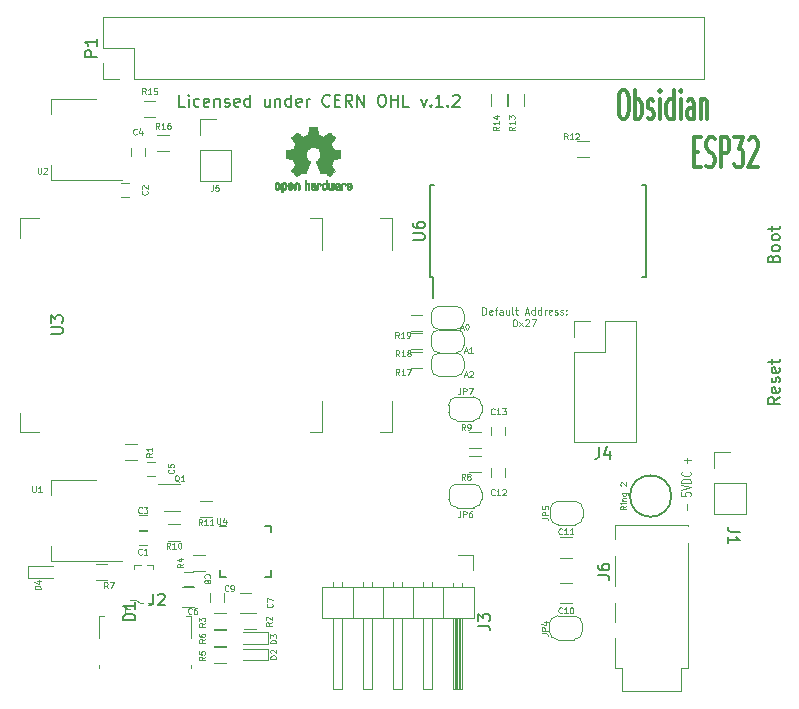
<source format=gto>
G04 #@! TF.GenerationSoftware,KiCad,Pcbnew,(5.1.0)-1*
G04 #@! TF.CreationDate,2019-11-06T00:15:09-05:00*
G04 #@! TF.ProjectId,ESP32-Pi,45535033-322d-4506-992e-6b696361645f,1.0*
G04 #@! TF.SameCoordinates,Original*
G04 #@! TF.FileFunction,Legend,Top*
G04 #@! TF.FilePolarity,Positive*
%FSLAX46Y46*%
G04 Gerber Fmt 4.6, Leading zero omitted, Abs format (unit mm)*
G04 Created by KiCad (PCBNEW (5.1.0)-1) date 2019-11-06 00:15:09*
%MOMM*%
%LPD*%
G04 APERTURE LIST*
%ADD10C,0.100000*%
%ADD11C,0.300000*%
%ADD12C,0.150000*%
%ADD13C,0.120000*%
%ADD14C,0.010000*%
G04 APERTURE END LIST*
D10*
X158901657Y-81635928D02*
X158901657Y-81035928D01*
X159044514Y-81035928D01*
X159130228Y-81064500D01*
X159187371Y-81121642D01*
X159215942Y-81178785D01*
X159244514Y-81293071D01*
X159244514Y-81378785D01*
X159215942Y-81493071D01*
X159187371Y-81550214D01*
X159130228Y-81607357D01*
X159044514Y-81635928D01*
X158901657Y-81635928D01*
X159730228Y-81607357D02*
X159673085Y-81635928D01*
X159558800Y-81635928D01*
X159501657Y-81607357D01*
X159473085Y-81550214D01*
X159473085Y-81321642D01*
X159501657Y-81264500D01*
X159558800Y-81235928D01*
X159673085Y-81235928D01*
X159730228Y-81264500D01*
X159758800Y-81321642D01*
X159758800Y-81378785D01*
X159473085Y-81435928D01*
X159930228Y-81235928D02*
X160158800Y-81235928D01*
X160015942Y-81635928D02*
X160015942Y-81121642D01*
X160044514Y-81064500D01*
X160101657Y-81035928D01*
X160158800Y-81035928D01*
X160615942Y-81635928D02*
X160615942Y-81321642D01*
X160587371Y-81264500D01*
X160530228Y-81235928D01*
X160415942Y-81235928D01*
X160358800Y-81264500D01*
X160615942Y-81607357D02*
X160558800Y-81635928D01*
X160415942Y-81635928D01*
X160358800Y-81607357D01*
X160330228Y-81550214D01*
X160330228Y-81493071D01*
X160358800Y-81435928D01*
X160415942Y-81407357D01*
X160558800Y-81407357D01*
X160615942Y-81378785D01*
X161158800Y-81235928D02*
X161158800Y-81635928D01*
X160901657Y-81235928D02*
X160901657Y-81550214D01*
X160930228Y-81607357D01*
X160987371Y-81635928D01*
X161073085Y-81635928D01*
X161130228Y-81607357D01*
X161158800Y-81578785D01*
X161530228Y-81635928D02*
X161473085Y-81607357D01*
X161444514Y-81550214D01*
X161444514Y-81035928D01*
X161673085Y-81235928D02*
X161901657Y-81235928D01*
X161758800Y-81035928D02*
X161758800Y-81550214D01*
X161787371Y-81607357D01*
X161844514Y-81635928D01*
X161901657Y-81635928D01*
X162530228Y-81464500D02*
X162815942Y-81464500D01*
X162473085Y-81635928D02*
X162673085Y-81035928D01*
X162873085Y-81635928D01*
X163330228Y-81635928D02*
X163330228Y-81035928D01*
X163330228Y-81607357D02*
X163273085Y-81635928D01*
X163158800Y-81635928D01*
X163101657Y-81607357D01*
X163073085Y-81578785D01*
X163044514Y-81521642D01*
X163044514Y-81350214D01*
X163073085Y-81293071D01*
X163101657Y-81264500D01*
X163158800Y-81235928D01*
X163273085Y-81235928D01*
X163330228Y-81264500D01*
X163873085Y-81635928D02*
X163873085Y-81035928D01*
X163873085Y-81607357D02*
X163815942Y-81635928D01*
X163701657Y-81635928D01*
X163644514Y-81607357D01*
X163615942Y-81578785D01*
X163587371Y-81521642D01*
X163587371Y-81350214D01*
X163615942Y-81293071D01*
X163644514Y-81264500D01*
X163701657Y-81235928D01*
X163815942Y-81235928D01*
X163873085Y-81264500D01*
X164158800Y-81635928D02*
X164158800Y-81235928D01*
X164158800Y-81350214D02*
X164187371Y-81293071D01*
X164215942Y-81264500D01*
X164273085Y-81235928D01*
X164330228Y-81235928D01*
X164758800Y-81607357D02*
X164701657Y-81635928D01*
X164587371Y-81635928D01*
X164530228Y-81607357D01*
X164501657Y-81550214D01*
X164501657Y-81321642D01*
X164530228Y-81264500D01*
X164587371Y-81235928D01*
X164701657Y-81235928D01*
X164758800Y-81264500D01*
X164787371Y-81321642D01*
X164787371Y-81378785D01*
X164501657Y-81435928D01*
X165015942Y-81607357D02*
X165073085Y-81635928D01*
X165187371Y-81635928D01*
X165244514Y-81607357D01*
X165273085Y-81550214D01*
X165273085Y-81521642D01*
X165244514Y-81464500D01*
X165187371Y-81435928D01*
X165101657Y-81435928D01*
X165044514Y-81407357D01*
X165015942Y-81350214D01*
X165015942Y-81321642D01*
X165044514Y-81264500D01*
X165101657Y-81235928D01*
X165187371Y-81235928D01*
X165244514Y-81264500D01*
X165501657Y-81607357D02*
X165558800Y-81635928D01*
X165673085Y-81635928D01*
X165730228Y-81607357D01*
X165758800Y-81550214D01*
X165758800Y-81521642D01*
X165730228Y-81464500D01*
X165673085Y-81435928D01*
X165587371Y-81435928D01*
X165530228Y-81407357D01*
X165501657Y-81350214D01*
X165501657Y-81321642D01*
X165530228Y-81264500D01*
X165587371Y-81235928D01*
X165673085Y-81235928D01*
X165730228Y-81264500D01*
X166015942Y-81578785D02*
X166044514Y-81607357D01*
X166015942Y-81635928D01*
X165987371Y-81607357D01*
X166015942Y-81578785D01*
X166015942Y-81635928D01*
X166015942Y-81264500D02*
X166044514Y-81293071D01*
X166015942Y-81321642D01*
X165987371Y-81293071D01*
X166015942Y-81264500D01*
X166015942Y-81321642D01*
X161615942Y-82035928D02*
X161673085Y-82035928D01*
X161730228Y-82064500D01*
X161758800Y-82093071D01*
X161787371Y-82150214D01*
X161815942Y-82264500D01*
X161815942Y-82407357D01*
X161787371Y-82521642D01*
X161758800Y-82578785D01*
X161730228Y-82607357D01*
X161673085Y-82635928D01*
X161615942Y-82635928D01*
X161558800Y-82607357D01*
X161530228Y-82578785D01*
X161501657Y-82521642D01*
X161473085Y-82407357D01*
X161473085Y-82264500D01*
X161501657Y-82150214D01*
X161530228Y-82093071D01*
X161558800Y-82064500D01*
X161615942Y-82035928D01*
X162015942Y-82635928D02*
X162330228Y-82235928D01*
X162015942Y-82235928D02*
X162330228Y-82635928D01*
X162530228Y-82093071D02*
X162558800Y-82064500D01*
X162615942Y-82035928D01*
X162758800Y-82035928D01*
X162815942Y-82064500D01*
X162844514Y-82093071D01*
X162873085Y-82150214D01*
X162873085Y-82207357D01*
X162844514Y-82293071D01*
X162501657Y-82635928D01*
X162873085Y-82635928D01*
X163073085Y-82035928D02*
X163473085Y-82035928D01*
X163215942Y-82635928D01*
X157377257Y-86773833D02*
X157615352Y-86773833D01*
X157329638Y-86916690D02*
X157496304Y-86416690D01*
X157662971Y-86916690D01*
X157805828Y-86464309D02*
X157829638Y-86440500D01*
X157877257Y-86416690D01*
X157996304Y-86416690D01*
X158043923Y-86440500D01*
X158067733Y-86464309D01*
X158091542Y-86511928D01*
X158091542Y-86559547D01*
X158067733Y-86630976D01*
X157782019Y-86916690D01*
X158091542Y-86916690D01*
X157377257Y-84741833D02*
X157615352Y-84741833D01*
X157329638Y-84884690D02*
X157496304Y-84384690D01*
X157662971Y-84884690D01*
X158091542Y-84884690D02*
X157805828Y-84884690D01*
X157948685Y-84884690D02*
X157948685Y-84384690D01*
X157901066Y-84456119D01*
X157853447Y-84503738D01*
X157805828Y-84527547D01*
X157021657Y-82760633D02*
X157259752Y-82760633D01*
X156974038Y-82903490D02*
X157140704Y-82403490D01*
X157307371Y-82903490D01*
X157569276Y-82403490D02*
X157616895Y-82403490D01*
X157664514Y-82427300D01*
X157688323Y-82451109D01*
X157712133Y-82498728D01*
X157735942Y-82593966D01*
X157735942Y-82713014D01*
X157712133Y-82808252D01*
X157688323Y-82855871D01*
X157664514Y-82879680D01*
X157616895Y-82903490D01*
X157569276Y-82903490D01*
X157521657Y-82879680D01*
X157497847Y-82855871D01*
X157474038Y-82808252D01*
X157450228Y-82713014D01*
X157450228Y-82593966D01*
X157474038Y-82498728D01*
X157497847Y-82451109D01*
X157521657Y-82427300D01*
X157569276Y-82403490D01*
D11*
X170736857Y-62595452D02*
X170974952Y-62595452D01*
X171094000Y-62714500D01*
X171213047Y-62952595D01*
X171272571Y-63428785D01*
X171272571Y-64262119D01*
X171213047Y-64738309D01*
X171094000Y-64976404D01*
X170974952Y-65095452D01*
X170736857Y-65095452D01*
X170617809Y-64976404D01*
X170498761Y-64738309D01*
X170439238Y-64262119D01*
X170439238Y-63428785D01*
X170498761Y-62952595D01*
X170617809Y-62714500D01*
X170736857Y-62595452D01*
X171808285Y-65095452D02*
X171808285Y-62595452D01*
X171808285Y-63547833D02*
X171927333Y-63428785D01*
X172165428Y-63428785D01*
X172284476Y-63547833D01*
X172344000Y-63666880D01*
X172403523Y-63904976D01*
X172403523Y-64619261D01*
X172344000Y-64857357D01*
X172284476Y-64976404D01*
X172165428Y-65095452D01*
X171927333Y-65095452D01*
X171808285Y-64976404D01*
X172879714Y-64976404D02*
X172998761Y-65095452D01*
X173236857Y-65095452D01*
X173355904Y-64976404D01*
X173415428Y-64738309D01*
X173415428Y-64619261D01*
X173355904Y-64381166D01*
X173236857Y-64262119D01*
X173058285Y-64262119D01*
X172939238Y-64143071D01*
X172879714Y-63904976D01*
X172879714Y-63785928D01*
X172939238Y-63547833D01*
X173058285Y-63428785D01*
X173236857Y-63428785D01*
X173355904Y-63547833D01*
X173951142Y-65095452D02*
X173951142Y-63428785D01*
X173951142Y-62595452D02*
X173891619Y-62714500D01*
X173951142Y-62833547D01*
X174010666Y-62714500D01*
X173951142Y-62595452D01*
X173951142Y-62833547D01*
X175082095Y-65095452D02*
X175082095Y-62595452D01*
X175082095Y-64976404D02*
X174963047Y-65095452D01*
X174724952Y-65095452D01*
X174605904Y-64976404D01*
X174546380Y-64857357D01*
X174486857Y-64619261D01*
X174486857Y-63904976D01*
X174546380Y-63666880D01*
X174605904Y-63547833D01*
X174724952Y-63428785D01*
X174963047Y-63428785D01*
X175082095Y-63547833D01*
X175677333Y-65095452D02*
X175677333Y-63428785D01*
X175677333Y-62595452D02*
X175617809Y-62714500D01*
X175677333Y-62833547D01*
X175736857Y-62714500D01*
X175677333Y-62595452D01*
X175677333Y-62833547D01*
X176808285Y-65095452D02*
X176808285Y-63785928D01*
X176748761Y-63547833D01*
X176629714Y-63428785D01*
X176391619Y-63428785D01*
X176272571Y-63547833D01*
X176808285Y-64976404D02*
X176689238Y-65095452D01*
X176391619Y-65095452D01*
X176272571Y-64976404D01*
X176213047Y-64738309D01*
X176213047Y-64500214D01*
X176272571Y-64262119D01*
X176391619Y-64143071D01*
X176689238Y-64143071D01*
X176808285Y-64024023D01*
X177403523Y-63428785D02*
X177403523Y-65095452D01*
X177403523Y-63666880D02*
X177463047Y-63547833D01*
X177582095Y-63428785D01*
X177760666Y-63428785D01*
X177879714Y-63547833D01*
X177939238Y-63785928D01*
X177939238Y-65095452D01*
X176778523Y-67835928D02*
X177195190Y-67835928D01*
X177373761Y-69145452D02*
X176778523Y-69145452D01*
X176778523Y-66645452D01*
X177373761Y-66645452D01*
X177849952Y-69026404D02*
X178028523Y-69145452D01*
X178326142Y-69145452D01*
X178445190Y-69026404D01*
X178504714Y-68907357D01*
X178564238Y-68669261D01*
X178564238Y-68431166D01*
X178504714Y-68193071D01*
X178445190Y-68074023D01*
X178326142Y-67954976D01*
X178088047Y-67835928D01*
X177969000Y-67716880D01*
X177909476Y-67597833D01*
X177849952Y-67359738D01*
X177849952Y-67121642D01*
X177909476Y-66883547D01*
X177969000Y-66764500D01*
X178088047Y-66645452D01*
X178385666Y-66645452D01*
X178564238Y-66764500D01*
X179099952Y-69145452D02*
X179099952Y-66645452D01*
X179576142Y-66645452D01*
X179695190Y-66764500D01*
X179754714Y-66883547D01*
X179814238Y-67121642D01*
X179814238Y-67478785D01*
X179754714Y-67716880D01*
X179695190Y-67835928D01*
X179576142Y-67954976D01*
X179099952Y-67954976D01*
X180230904Y-66645452D02*
X181004714Y-66645452D01*
X180588047Y-67597833D01*
X180766619Y-67597833D01*
X180885666Y-67716880D01*
X180945190Y-67835928D01*
X181004714Y-68074023D01*
X181004714Y-68669261D01*
X180945190Y-68907357D01*
X180885666Y-69026404D01*
X180766619Y-69145452D01*
X180409476Y-69145452D01*
X180290428Y-69026404D01*
X180230904Y-68907357D01*
X181480904Y-66883547D02*
X181540428Y-66764500D01*
X181659476Y-66645452D01*
X181957095Y-66645452D01*
X182076142Y-66764500D01*
X182135666Y-66883547D01*
X182195190Y-67121642D01*
X182195190Y-67359738D01*
X182135666Y-67716880D01*
X181421380Y-69145452D01*
X182195190Y-69145452D01*
D12*
X184069380Y-88627095D02*
X183593190Y-88960428D01*
X184069380Y-89198523D02*
X183069380Y-89198523D01*
X183069380Y-88817571D01*
X183117000Y-88722333D01*
X183164619Y-88674714D01*
X183259857Y-88627095D01*
X183402714Y-88627095D01*
X183497952Y-88674714D01*
X183545571Y-88722333D01*
X183593190Y-88817571D01*
X183593190Y-89198523D01*
X184021761Y-87817571D02*
X184069380Y-87912809D01*
X184069380Y-88103285D01*
X184021761Y-88198523D01*
X183926523Y-88246142D01*
X183545571Y-88246142D01*
X183450333Y-88198523D01*
X183402714Y-88103285D01*
X183402714Y-87912809D01*
X183450333Y-87817571D01*
X183545571Y-87769952D01*
X183640809Y-87769952D01*
X183736047Y-88246142D01*
X184021761Y-87389000D02*
X184069380Y-87293761D01*
X184069380Y-87103285D01*
X184021761Y-87008047D01*
X183926523Y-86960428D01*
X183878904Y-86960428D01*
X183783666Y-87008047D01*
X183736047Y-87103285D01*
X183736047Y-87246142D01*
X183688428Y-87341380D01*
X183593190Y-87389000D01*
X183545571Y-87389000D01*
X183450333Y-87341380D01*
X183402714Y-87246142D01*
X183402714Y-87103285D01*
X183450333Y-87008047D01*
X184021761Y-86150904D02*
X184069380Y-86246142D01*
X184069380Y-86436619D01*
X184021761Y-86531857D01*
X183926523Y-86579476D01*
X183545571Y-86579476D01*
X183450333Y-86531857D01*
X183402714Y-86436619D01*
X183402714Y-86246142D01*
X183450333Y-86150904D01*
X183545571Y-86103285D01*
X183640809Y-86103285D01*
X183736047Y-86579476D01*
X183402714Y-85817571D02*
X183402714Y-85436619D01*
X183069380Y-85674714D02*
X183926523Y-85674714D01*
X184021761Y-85627095D01*
X184069380Y-85531857D01*
X184069380Y-85436619D01*
X183545571Y-76887547D02*
X183593190Y-76744690D01*
X183640809Y-76697071D01*
X183736047Y-76649452D01*
X183878904Y-76649452D01*
X183974142Y-76697071D01*
X184021761Y-76744690D01*
X184069380Y-76839928D01*
X184069380Y-77220880D01*
X183069380Y-77220880D01*
X183069380Y-76887547D01*
X183117000Y-76792309D01*
X183164619Y-76744690D01*
X183259857Y-76697071D01*
X183355095Y-76697071D01*
X183450333Y-76744690D01*
X183497952Y-76792309D01*
X183545571Y-76887547D01*
X183545571Y-77220880D01*
X184069380Y-76078023D02*
X184021761Y-76173261D01*
X183974142Y-76220880D01*
X183878904Y-76268500D01*
X183593190Y-76268500D01*
X183497952Y-76220880D01*
X183450333Y-76173261D01*
X183402714Y-76078023D01*
X183402714Y-75935166D01*
X183450333Y-75839928D01*
X183497952Y-75792309D01*
X183593190Y-75744690D01*
X183878904Y-75744690D01*
X183974142Y-75792309D01*
X184021761Y-75839928D01*
X184069380Y-75935166D01*
X184069380Y-76078023D01*
X184069380Y-75173261D02*
X184021761Y-75268500D01*
X183974142Y-75316119D01*
X183878904Y-75363738D01*
X183593190Y-75363738D01*
X183497952Y-75316119D01*
X183450333Y-75268500D01*
X183402714Y-75173261D01*
X183402714Y-75030404D01*
X183450333Y-74935166D01*
X183497952Y-74887547D01*
X183593190Y-74839928D01*
X183878904Y-74839928D01*
X183974142Y-74887547D01*
X184021761Y-74935166D01*
X184069380Y-75030404D01*
X184069380Y-75173261D01*
X183402714Y-74554214D02*
X183402714Y-74173261D01*
X183069380Y-74411357D02*
X183926523Y-74411357D01*
X184021761Y-74363738D01*
X184069380Y-74268500D01*
X184069380Y-74173261D01*
X133691547Y-64028880D02*
X133215357Y-64028880D01*
X133215357Y-63028880D01*
X134024880Y-64028880D02*
X134024880Y-63362214D01*
X134024880Y-63028880D02*
X133977261Y-63076500D01*
X134024880Y-63124119D01*
X134072500Y-63076500D01*
X134024880Y-63028880D01*
X134024880Y-63124119D01*
X134929642Y-63981261D02*
X134834404Y-64028880D01*
X134643928Y-64028880D01*
X134548690Y-63981261D01*
X134501071Y-63933642D01*
X134453452Y-63838404D01*
X134453452Y-63552690D01*
X134501071Y-63457452D01*
X134548690Y-63409833D01*
X134643928Y-63362214D01*
X134834404Y-63362214D01*
X134929642Y-63409833D01*
X135739166Y-63981261D02*
X135643928Y-64028880D01*
X135453452Y-64028880D01*
X135358214Y-63981261D01*
X135310595Y-63886023D01*
X135310595Y-63505071D01*
X135358214Y-63409833D01*
X135453452Y-63362214D01*
X135643928Y-63362214D01*
X135739166Y-63409833D01*
X135786785Y-63505071D01*
X135786785Y-63600309D01*
X135310595Y-63695547D01*
X136215357Y-63362214D02*
X136215357Y-64028880D01*
X136215357Y-63457452D02*
X136262976Y-63409833D01*
X136358214Y-63362214D01*
X136501071Y-63362214D01*
X136596309Y-63409833D01*
X136643928Y-63505071D01*
X136643928Y-64028880D01*
X137072500Y-63981261D02*
X137167738Y-64028880D01*
X137358214Y-64028880D01*
X137453452Y-63981261D01*
X137501071Y-63886023D01*
X137501071Y-63838404D01*
X137453452Y-63743166D01*
X137358214Y-63695547D01*
X137215357Y-63695547D01*
X137120119Y-63647928D01*
X137072500Y-63552690D01*
X137072500Y-63505071D01*
X137120119Y-63409833D01*
X137215357Y-63362214D01*
X137358214Y-63362214D01*
X137453452Y-63409833D01*
X138310595Y-63981261D02*
X138215357Y-64028880D01*
X138024880Y-64028880D01*
X137929642Y-63981261D01*
X137882023Y-63886023D01*
X137882023Y-63505071D01*
X137929642Y-63409833D01*
X138024880Y-63362214D01*
X138215357Y-63362214D01*
X138310595Y-63409833D01*
X138358214Y-63505071D01*
X138358214Y-63600309D01*
X137882023Y-63695547D01*
X139215357Y-64028880D02*
X139215357Y-63028880D01*
X139215357Y-63981261D02*
X139120119Y-64028880D01*
X138929642Y-64028880D01*
X138834404Y-63981261D01*
X138786785Y-63933642D01*
X138739166Y-63838404D01*
X138739166Y-63552690D01*
X138786785Y-63457452D01*
X138834404Y-63409833D01*
X138929642Y-63362214D01*
X139120119Y-63362214D01*
X139215357Y-63409833D01*
X140882023Y-63362214D02*
X140882023Y-64028880D01*
X140453452Y-63362214D02*
X140453452Y-63886023D01*
X140501071Y-63981261D01*
X140596309Y-64028880D01*
X140739166Y-64028880D01*
X140834404Y-63981261D01*
X140882023Y-63933642D01*
X141358214Y-63362214D02*
X141358214Y-64028880D01*
X141358214Y-63457452D02*
X141405833Y-63409833D01*
X141501071Y-63362214D01*
X141643928Y-63362214D01*
X141739166Y-63409833D01*
X141786785Y-63505071D01*
X141786785Y-64028880D01*
X142691547Y-64028880D02*
X142691547Y-63028880D01*
X142691547Y-63981261D02*
X142596309Y-64028880D01*
X142405833Y-64028880D01*
X142310595Y-63981261D01*
X142262976Y-63933642D01*
X142215357Y-63838404D01*
X142215357Y-63552690D01*
X142262976Y-63457452D01*
X142310595Y-63409833D01*
X142405833Y-63362214D01*
X142596309Y-63362214D01*
X142691547Y-63409833D01*
X143548690Y-63981261D02*
X143453452Y-64028880D01*
X143262976Y-64028880D01*
X143167738Y-63981261D01*
X143120119Y-63886023D01*
X143120119Y-63505071D01*
X143167738Y-63409833D01*
X143262976Y-63362214D01*
X143453452Y-63362214D01*
X143548690Y-63409833D01*
X143596309Y-63505071D01*
X143596309Y-63600309D01*
X143120119Y-63695547D01*
X144024880Y-64028880D02*
X144024880Y-63362214D01*
X144024880Y-63552690D02*
X144072500Y-63457452D01*
X144120119Y-63409833D01*
X144215357Y-63362214D01*
X144310595Y-63362214D01*
X145977261Y-63933642D02*
X145929642Y-63981261D01*
X145786785Y-64028880D01*
X145691547Y-64028880D01*
X145548690Y-63981261D01*
X145453452Y-63886023D01*
X145405833Y-63790785D01*
X145358214Y-63600309D01*
X145358214Y-63457452D01*
X145405833Y-63266976D01*
X145453452Y-63171738D01*
X145548690Y-63076500D01*
X145691547Y-63028880D01*
X145786785Y-63028880D01*
X145929642Y-63076500D01*
X145977261Y-63124119D01*
X146405833Y-63505071D02*
X146739166Y-63505071D01*
X146882023Y-64028880D02*
X146405833Y-64028880D01*
X146405833Y-63028880D01*
X146882023Y-63028880D01*
X147882023Y-64028880D02*
X147548690Y-63552690D01*
X147310595Y-64028880D02*
X147310595Y-63028880D01*
X147691547Y-63028880D01*
X147786785Y-63076500D01*
X147834404Y-63124119D01*
X147882023Y-63219357D01*
X147882023Y-63362214D01*
X147834404Y-63457452D01*
X147786785Y-63505071D01*
X147691547Y-63552690D01*
X147310595Y-63552690D01*
X148310595Y-64028880D02*
X148310595Y-63028880D01*
X148882023Y-64028880D01*
X148882023Y-63028880D01*
X150310595Y-63028880D02*
X150501071Y-63028880D01*
X150596309Y-63076500D01*
X150691547Y-63171738D01*
X150739166Y-63362214D01*
X150739166Y-63695547D01*
X150691547Y-63886023D01*
X150596309Y-63981261D01*
X150501071Y-64028880D01*
X150310595Y-64028880D01*
X150215357Y-63981261D01*
X150120119Y-63886023D01*
X150072500Y-63695547D01*
X150072500Y-63362214D01*
X150120119Y-63171738D01*
X150215357Y-63076500D01*
X150310595Y-63028880D01*
X151167738Y-64028880D02*
X151167738Y-63028880D01*
X151167738Y-63505071D02*
X151739166Y-63505071D01*
X151739166Y-64028880D02*
X151739166Y-63028880D01*
X152691547Y-64028880D02*
X152215357Y-64028880D01*
X152215357Y-63028880D01*
X153691547Y-63362214D02*
X153929642Y-64028880D01*
X154167738Y-63362214D01*
X154548690Y-63933642D02*
X154596309Y-63981261D01*
X154548690Y-64028880D01*
X154501071Y-63981261D01*
X154548690Y-63933642D01*
X154548690Y-64028880D01*
X155548690Y-64028880D02*
X154977261Y-64028880D01*
X155262976Y-64028880D02*
X155262976Y-63028880D01*
X155167738Y-63171738D01*
X155072500Y-63266976D01*
X154977261Y-63314595D01*
X155977261Y-63933642D02*
X156024880Y-63981261D01*
X155977261Y-64028880D01*
X155929642Y-63981261D01*
X155977261Y-63933642D01*
X155977261Y-64028880D01*
X156405833Y-63124119D02*
X156453452Y-63076500D01*
X156548690Y-63028880D01*
X156786785Y-63028880D01*
X156882023Y-63076500D01*
X156929642Y-63124119D01*
X156977261Y-63219357D01*
X156977261Y-63314595D01*
X156929642Y-63457452D01*
X156358214Y-64028880D01*
X156977261Y-64028880D01*
D10*
X176244642Y-98161500D02*
X176244642Y-97704357D01*
X175749404Y-96675785D02*
X175749404Y-96961500D01*
X176130357Y-96990071D01*
X176092261Y-96961500D01*
X176054166Y-96904357D01*
X176054166Y-96761500D01*
X176092261Y-96704357D01*
X176130357Y-96675785D01*
X176206547Y-96647214D01*
X176397023Y-96647214D01*
X176473214Y-96675785D01*
X176511309Y-96704357D01*
X176549404Y-96761500D01*
X176549404Y-96904357D01*
X176511309Y-96961500D01*
X176473214Y-96990071D01*
X175749404Y-96475785D02*
X176549404Y-96275785D01*
X175749404Y-96075785D01*
X176549404Y-95875785D02*
X175749404Y-95875785D01*
X175749404Y-95732928D01*
X175787500Y-95647214D01*
X175863690Y-95590071D01*
X175939880Y-95561500D01*
X176092261Y-95532928D01*
X176206547Y-95532928D01*
X176358928Y-95561500D01*
X176435119Y-95590071D01*
X176511309Y-95647214D01*
X176549404Y-95732928D01*
X176549404Y-95875785D01*
X176473214Y-94932928D02*
X176511309Y-94961500D01*
X176549404Y-95047214D01*
X176549404Y-95104357D01*
X176511309Y-95190071D01*
X176435119Y-95247214D01*
X176358928Y-95275785D01*
X176206547Y-95304357D01*
X176092261Y-95304357D01*
X175939880Y-95275785D01*
X175863690Y-95247214D01*
X175787500Y-95190071D01*
X175749404Y-95104357D01*
X175749404Y-95047214D01*
X175787500Y-94961500D01*
X175825595Y-94932928D01*
X176244642Y-94218642D02*
X176244642Y-93761500D01*
X176549404Y-93990071D02*
X175939880Y-93990071D01*
D12*
X174889500Y-97002900D02*
G75*
G03X174889500Y-97002900I-1750000J0D01*
G01*
D13*
X175703000Y-111544000D02*
X175703000Y-113544000D01*
X170703000Y-111544000D02*
X170703000Y-113544000D01*
X170703000Y-113544000D02*
X175703000Y-113544000D01*
X175703000Y-111544000D02*
X176303000Y-111544000D01*
X170103000Y-111544000D02*
X170703000Y-111544000D01*
X176303000Y-99444000D02*
X170103000Y-99444000D01*
X170103000Y-111544000D02*
X170103000Y-109044000D01*
X170103000Y-107644000D02*
X170103000Y-106044000D01*
X170103000Y-104644000D02*
X170103000Y-102044000D01*
X170103000Y-100644000D02*
X170103000Y-99444000D01*
X176303000Y-99544000D02*
X176303000Y-99444000D01*
X176303000Y-100944000D02*
X176303000Y-111544000D01*
D14*
G36*
X142164244Y-70449418D02*
G01*
X142219701Y-70477068D01*
X142268648Y-70527980D01*
X142282129Y-70546838D01*
X142296814Y-70571515D01*
X142306342Y-70598316D01*
X142311793Y-70634087D01*
X142314247Y-70685669D01*
X142314786Y-70753767D01*
X142312352Y-70847088D01*
X142303894Y-70917157D01*
X142287674Y-70969431D01*
X142261954Y-71009369D01*
X142224997Y-71042429D01*
X142222282Y-71044386D01*
X142185860Y-71064408D01*
X142142002Y-71074315D01*
X142086224Y-71076757D01*
X141995548Y-71076757D01*
X141995510Y-71164783D01*
X141994666Y-71213808D01*
X141989524Y-71242565D01*
X141976087Y-71259811D01*
X141950358Y-71274308D01*
X141944179Y-71277269D01*
X141915264Y-71291148D01*
X141892876Y-71299914D01*
X141876229Y-71300671D01*
X141864536Y-71290523D01*
X141857010Y-71266573D01*
X141852866Y-71225926D01*
X141851315Y-71165686D01*
X141851571Y-71082955D01*
X141852849Y-70974839D01*
X141853248Y-70942500D01*
X141854685Y-70831024D01*
X141855972Y-70758103D01*
X141995471Y-70758103D01*
X141996255Y-70819999D01*
X141999740Y-70860497D01*
X142007624Y-70887208D01*
X142021605Y-70907744D01*
X142031097Y-70917760D01*
X142069904Y-70947067D01*
X142104263Y-70949452D01*
X142139716Y-70925250D01*
X142140614Y-70924357D01*
X142155039Y-70905653D01*
X142163813Y-70880232D01*
X142168239Y-70841084D01*
X142169618Y-70781197D01*
X142169643Y-70767930D01*
X142166312Y-70685401D01*
X142155469Y-70628191D01*
X142135840Y-70593266D01*
X142106150Y-70577594D01*
X142088991Y-70576014D01*
X142048266Y-70583426D01*
X142020332Y-70607830D01*
X142003517Y-70652480D01*
X141996150Y-70720630D01*
X141995471Y-70758103D01*
X141855972Y-70758103D01*
X141856208Y-70744745D01*
X141858177Y-70679833D01*
X141860950Y-70632458D01*
X141864888Y-70598790D01*
X141870349Y-70574998D01*
X141877692Y-70557253D01*
X141887277Y-70541724D01*
X141891387Y-70535881D01*
X141945905Y-70480685D01*
X142014836Y-70449390D01*
X142094572Y-70440665D01*
X142164244Y-70449418D01*
X142164244Y-70449418D01*
G37*
X142164244Y-70449418D02*
X142219701Y-70477068D01*
X142268648Y-70527980D01*
X142282129Y-70546838D01*
X142296814Y-70571515D01*
X142306342Y-70598316D01*
X142311793Y-70634087D01*
X142314247Y-70685669D01*
X142314786Y-70753767D01*
X142312352Y-70847088D01*
X142303894Y-70917157D01*
X142287674Y-70969431D01*
X142261954Y-71009369D01*
X142224997Y-71042429D01*
X142222282Y-71044386D01*
X142185860Y-71064408D01*
X142142002Y-71074315D01*
X142086224Y-71076757D01*
X141995548Y-71076757D01*
X141995510Y-71164783D01*
X141994666Y-71213808D01*
X141989524Y-71242565D01*
X141976087Y-71259811D01*
X141950358Y-71274308D01*
X141944179Y-71277269D01*
X141915264Y-71291148D01*
X141892876Y-71299914D01*
X141876229Y-71300671D01*
X141864536Y-71290523D01*
X141857010Y-71266573D01*
X141852866Y-71225926D01*
X141851315Y-71165686D01*
X141851571Y-71082955D01*
X141852849Y-70974839D01*
X141853248Y-70942500D01*
X141854685Y-70831024D01*
X141855972Y-70758103D01*
X141995471Y-70758103D01*
X141996255Y-70819999D01*
X141999740Y-70860497D01*
X142007624Y-70887208D01*
X142021605Y-70907744D01*
X142031097Y-70917760D01*
X142069904Y-70947067D01*
X142104263Y-70949452D01*
X142139716Y-70925250D01*
X142140614Y-70924357D01*
X142155039Y-70905653D01*
X142163813Y-70880232D01*
X142168239Y-70841084D01*
X142169618Y-70781197D01*
X142169643Y-70767930D01*
X142166312Y-70685401D01*
X142155469Y-70628191D01*
X142135840Y-70593266D01*
X142106150Y-70577594D01*
X142088991Y-70576014D01*
X142048266Y-70583426D01*
X142020332Y-70607830D01*
X142003517Y-70652480D01*
X141996150Y-70720630D01*
X141995471Y-70758103D01*
X141855972Y-70758103D01*
X141856208Y-70744745D01*
X141858177Y-70679833D01*
X141860950Y-70632458D01*
X141864888Y-70598790D01*
X141870349Y-70574998D01*
X141877692Y-70557253D01*
X141887277Y-70541724D01*
X141891387Y-70535881D01*
X141945905Y-70480685D01*
X142014836Y-70449390D01*
X142094572Y-70440665D01*
X142164244Y-70449418D01*
G36*
X143280593Y-70457280D02*
G01*
X143327172Y-70484223D01*
X143359557Y-70510966D01*
X143383242Y-70538984D01*
X143399559Y-70573248D01*
X143409839Y-70618727D01*
X143415414Y-70680392D01*
X143417616Y-70763211D01*
X143417871Y-70822746D01*
X143417871Y-71041891D01*
X143356186Y-71069544D01*
X143294500Y-71097197D01*
X143287243Y-70857170D01*
X143284244Y-70767528D01*
X143281098Y-70702462D01*
X143277201Y-70657526D01*
X143271947Y-70628270D01*
X143264731Y-70610248D01*
X143254950Y-70599011D01*
X143251812Y-70596579D01*
X143204261Y-70577583D01*
X143156197Y-70585100D01*
X143127586Y-70605043D01*
X143115947Y-70619175D01*
X143107891Y-70637720D01*
X143102771Y-70665834D01*
X143099941Y-70708673D01*
X143098756Y-70771395D01*
X143098557Y-70836761D01*
X143098518Y-70918768D01*
X143097114Y-70976816D01*
X143092414Y-71015965D01*
X143082487Y-71041280D01*
X143065403Y-71057823D01*
X143039232Y-71070656D01*
X143004275Y-71083991D01*
X142966096Y-71098507D01*
X142970641Y-70840889D01*
X142972471Y-70748019D01*
X142974612Y-70679389D01*
X142977681Y-70630211D01*
X142982294Y-70595698D01*
X142989068Y-70571062D01*
X142998619Y-70551516D01*
X143010134Y-70534270D01*
X143065690Y-70479180D01*
X143133480Y-70447322D01*
X143207213Y-70439691D01*
X143280593Y-70457280D01*
X143280593Y-70457280D01*
G37*
X143280593Y-70457280D02*
X143327172Y-70484223D01*
X143359557Y-70510966D01*
X143383242Y-70538984D01*
X143399559Y-70573248D01*
X143409839Y-70618727D01*
X143415414Y-70680392D01*
X143417616Y-70763211D01*
X143417871Y-70822746D01*
X143417871Y-71041891D01*
X143356186Y-71069544D01*
X143294500Y-71097197D01*
X143287243Y-70857170D01*
X143284244Y-70767528D01*
X143281098Y-70702462D01*
X143277201Y-70657526D01*
X143271947Y-70628270D01*
X143264731Y-70610248D01*
X143254950Y-70599011D01*
X143251812Y-70596579D01*
X143204261Y-70577583D01*
X143156197Y-70585100D01*
X143127586Y-70605043D01*
X143115947Y-70619175D01*
X143107891Y-70637720D01*
X143102771Y-70665834D01*
X143099941Y-70708673D01*
X143098756Y-70771395D01*
X143098557Y-70836761D01*
X143098518Y-70918768D01*
X143097114Y-70976816D01*
X143092414Y-71015965D01*
X143082487Y-71041280D01*
X143065403Y-71057823D01*
X143039232Y-71070656D01*
X143004275Y-71083991D01*
X142966096Y-71098507D01*
X142970641Y-70840889D01*
X142972471Y-70748019D01*
X142974612Y-70679389D01*
X142977681Y-70630211D01*
X142982294Y-70595698D01*
X142989068Y-70571062D01*
X142998619Y-70551516D01*
X143010134Y-70534270D01*
X143065690Y-70479180D01*
X143133480Y-70447322D01*
X143207213Y-70439691D01*
X143280593Y-70457280D01*
G36*
X141605615Y-70451462D02*
G01*
X141673645Y-70487233D01*
X141723851Y-70544801D01*
X141741685Y-70581812D01*
X141755563Y-70637382D01*
X141762667Y-70707596D01*
X141763340Y-70784227D01*
X141757927Y-70859052D01*
X141746770Y-70923842D01*
X141730214Y-70970373D01*
X141725126Y-70978387D01*
X141664855Y-71038207D01*
X141593269Y-71074035D01*
X141515592Y-71084520D01*
X141437048Y-71068310D01*
X141415189Y-71058592D01*
X141372622Y-71028643D01*
X141335263Y-70988933D01*
X141331732Y-70983897D01*
X141317381Y-70959624D01*
X141307894Y-70933678D01*
X141302290Y-70899522D01*
X141299586Y-70850619D01*
X141298799Y-70780435D01*
X141298786Y-70764700D01*
X141298822Y-70759692D01*
X141443929Y-70759692D01*
X141444773Y-70825930D01*
X141448096Y-70869886D01*
X141455083Y-70898279D01*
X141466916Y-70917825D01*
X141472957Y-70924357D01*
X141507686Y-70949180D01*
X141541403Y-70948048D01*
X141575495Y-70926516D01*
X141595829Y-70903529D01*
X141607871Y-70869978D01*
X141614634Y-70817069D01*
X141615098Y-70810899D01*
X141616252Y-70715013D01*
X141604188Y-70643799D01*
X141579070Y-70597694D01*
X141541060Y-70577135D01*
X141527492Y-70576014D01*
X141491864Y-70581652D01*
X141467494Y-70601186D01*
X141452593Y-70638542D01*
X141445375Y-70697650D01*
X141443929Y-70759692D01*
X141298822Y-70759692D01*
X141299326Y-70689913D01*
X141301596Y-70637659D01*
X141306568Y-70601449D01*
X141315213Y-70574799D01*
X141328505Y-70551222D01*
X141331443Y-70546838D01*
X141380813Y-70487749D01*
X141434609Y-70453447D01*
X141500102Y-70439831D01*
X141522342Y-70439165D01*
X141605615Y-70451462D01*
X141605615Y-70451462D01*
G37*
X141605615Y-70451462D02*
X141673645Y-70487233D01*
X141723851Y-70544801D01*
X141741685Y-70581812D01*
X141755563Y-70637382D01*
X141762667Y-70707596D01*
X141763340Y-70784227D01*
X141757927Y-70859052D01*
X141746770Y-70923842D01*
X141730214Y-70970373D01*
X141725126Y-70978387D01*
X141664855Y-71038207D01*
X141593269Y-71074035D01*
X141515592Y-71084520D01*
X141437048Y-71068310D01*
X141415189Y-71058592D01*
X141372622Y-71028643D01*
X141335263Y-70988933D01*
X141331732Y-70983897D01*
X141317381Y-70959624D01*
X141307894Y-70933678D01*
X141302290Y-70899522D01*
X141299586Y-70850619D01*
X141298799Y-70780435D01*
X141298786Y-70764700D01*
X141298822Y-70759692D01*
X141443929Y-70759692D01*
X141444773Y-70825930D01*
X141448096Y-70869886D01*
X141455083Y-70898279D01*
X141466916Y-70917825D01*
X141472957Y-70924357D01*
X141507686Y-70949180D01*
X141541403Y-70948048D01*
X141575495Y-70926516D01*
X141595829Y-70903529D01*
X141607871Y-70869978D01*
X141614634Y-70817069D01*
X141615098Y-70810899D01*
X141616252Y-70715013D01*
X141604188Y-70643799D01*
X141579070Y-70597694D01*
X141541060Y-70577135D01*
X141527492Y-70576014D01*
X141491864Y-70581652D01*
X141467494Y-70601186D01*
X141452593Y-70638542D01*
X141445375Y-70697650D01*
X141443929Y-70759692D01*
X141298822Y-70759692D01*
X141299326Y-70689913D01*
X141301596Y-70637659D01*
X141306568Y-70601449D01*
X141315213Y-70574799D01*
X141328505Y-70551222D01*
X141331443Y-70546838D01*
X141380813Y-70487749D01*
X141434609Y-70453447D01*
X141500102Y-70439831D01*
X141522342Y-70439165D01*
X141605615Y-70451462D01*
G36*
X142732803Y-70460739D02*
G01*
X142790027Y-70499235D01*
X142834249Y-70554835D01*
X142860667Y-70625586D01*
X142866010Y-70677662D01*
X142865403Y-70699393D01*
X142860322Y-70716031D01*
X142846355Y-70730937D01*
X142819089Y-70747473D01*
X142774112Y-70768998D01*
X142707011Y-70798874D01*
X142706671Y-70799024D01*
X142644907Y-70827313D01*
X142594259Y-70852433D01*
X142559904Y-70871679D01*
X142547018Y-70882348D01*
X142547014Y-70882434D01*
X142558372Y-70905666D01*
X142584931Y-70931274D01*
X142615423Y-70949721D01*
X142630870Y-70953386D01*
X142673015Y-70940712D01*
X142709308Y-70908971D01*
X142727017Y-70874072D01*
X142744052Y-70848345D01*
X142777422Y-70819046D01*
X142816649Y-70793735D01*
X142851256Y-70779971D01*
X142858493Y-70779214D01*
X142866639Y-70791660D01*
X142867130Y-70823472D01*
X142861143Y-70866366D01*
X142849857Y-70912058D01*
X142834450Y-70952261D01*
X142833671Y-70953822D01*
X142787304Y-71018562D01*
X142727211Y-71062597D01*
X142658965Y-71084211D01*
X142588138Y-71081685D01*
X142520304Y-71053304D01*
X142517288Y-71051308D01*
X142463927Y-71002948D01*
X142428840Y-70939852D01*
X142409422Y-70856887D01*
X142406816Y-70833578D01*
X142402201Y-70723555D01*
X142407733Y-70672248D01*
X142547014Y-70672248D01*
X142548824Y-70704253D01*
X142558722Y-70713593D01*
X142583398Y-70706605D01*
X142622295Y-70690087D01*
X142665775Y-70669381D01*
X142666856Y-70668833D01*
X142703709Y-70649449D01*
X142718500Y-70636513D01*
X142714853Y-70622951D01*
X142699495Y-70605132D01*
X142660423Y-70579345D01*
X142618346Y-70577450D01*
X142580603Y-70596217D01*
X142554534Y-70632415D01*
X142547014Y-70672248D01*
X142407733Y-70672248D01*
X142411694Y-70635527D01*
X142436050Y-70565712D01*
X142469956Y-70516802D01*
X142531153Y-70467378D01*
X142598563Y-70442859D01*
X142667380Y-70441297D01*
X142732803Y-70460739D01*
X142732803Y-70460739D01*
G37*
X142732803Y-70460739D02*
X142790027Y-70499235D01*
X142834249Y-70554835D01*
X142860667Y-70625586D01*
X142866010Y-70677662D01*
X142865403Y-70699393D01*
X142860322Y-70716031D01*
X142846355Y-70730937D01*
X142819089Y-70747473D01*
X142774112Y-70768998D01*
X142707011Y-70798874D01*
X142706671Y-70799024D01*
X142644907Y-70827313D01*
X142594259Y-70852433D01*
X142559904Y-70871679D01*
X142547018Y-70882348D01*
X142547014Y-70882434D01*
X142558372Y-70905666D01*
X142584931Y-70931274D01*
X142615423Y-70949721D01*
X142630870Y-70953386D01*
X142673015Y-70940712D01*
X142709308Y-70908971D01*
X142727017Y-70874072D01*
X142744052Y-70848345D01*
X142777422Y-70819046D01*
X142816649Y-70793735D01*
X142851256Y-70779971D01*
X142858493Y-70779214D01*
X142866639Y-70791660D01*
X142867130Y-70823472D01*
X142861143Y-70866366D01*
X142849857Y-70912058D01*
X142834450Y-70952261D01*
X142833671Y-70953822D01*
X142787304Y-71018562D01*
X142727211Y-71062597D01*
X142658965Y-71084211D01*
X142588138Y-71081685D01*
X142520304Y-71053304D01*
X142517288Y-71051308D01*
X142463927Y-71002948D01*
X142428840Y-70939852D01*
X142409422Y-70856887D01*
X142406816Y-70833578D01*
X142402201Y-70723555D01*
X142407733Y-70672248D01*
X142547014Y-70672248D01*
X142548824Y-70704253D01*
X142558722Y-70713593D01*
X142583398Y-70706605D01*
X142622295Y-70690087D01*
X142665775Y-70669381D01*
X142666856Y-70668833D01*
X142703709Y-70649449D01*
X142718500Y-70636513D01*
X142714853Y-70622951D01*
X142699495Y-70605132D01*
X142660423Y-70579345D01*
X142618346Y-70577450D01*
X142580603Y-70596217D01*
X142554534Y-70632415D01*
X142547014Y-70672248D01*
X142407733Y-70672248D01*
X142411694Y-70635527D01*
X142436050Y-70565712D01*
X142469956Y-70516802D01*
X142531153Y-70467378D01*
X142598563Y-70442859D01*
X142667380Y-70441297D01*
X142732803Y-70460739D01*
G36*
X143940386Y-70380789D02*
G01*
X143944639Y-70440113D01*
X143949525Y-70475072D01*
X143956295Y-70490320D01*
X143966202Y-70490515D01*
X143969414Y-70488695D01*
X144012144Y-70475515D01*
X144067727Y-70476285D01*
X144124237Y-70489833D01*
X144159582Y-70507361D01*
X144195821Y-70535361D01*
X144222313Y-70567049D01*
X144240499Y-70607313D01*
X144251822Y-70661043D01*
X144257722Y-70733126D01*
X144259643Y-70828451D01*
X144259677Y-70846737D01*
X144259700Y-71052146D01*
X144213991Y-71068080D01*
X144181527Y-71078920D01*
X144163715Y-71083968D01*
X144163191Y-71084014D01*
X144161437Y-71070328D01*
X144159944Y-71032576D01*
X144158826Y-70975724D01*
X144158197Y-70904734D01*
X144158100Y-70861573D01*
X144157898Y-70776473D01*
X144156858Y-70715481D01*
X144154331Y-70673677D01*
X144149664Y-70646142D01*
X144142207Y-70627956D01*
X144131311Y-70614198D01*
X144124507Y-70607573D01*
X144077772Y-70580875D01*
X144026772Y-70578875D01*
X143980501Y-70601455D01*
X143971944Y-70609607D01*
X143959393Y-70624936D01*
X143950688Y-70643118D01*
X143945131Y-70669409D01*
X143942026Y-70709062D01*
X143940676Y-70767332D01*
X143940386Y-70847673D01*
X143940386Y-71052146D01*
X143894677Y-71068080D01*
X143862213Y-71078920D01*
X143844401Y-71083968D01*
X143843877Y-71084014D01*
X143842537Y-71070123D01*
X143841328Y-71030939D01*
X143840301Y-70970200D01*
X143839502Y-70891641D01*
X143838981Y-70798998D01*
X143838786Y-70696009D01*
X143838786Y-70298842D01*
X143885957Y-70278944D01*
X143933129Y-70259047D01*
X143940386Y-70380789D01*
X143940386Y-70380789D01*
G37*
X143940386Y-70380789D02*
X143944639Y-70440113D01*
X143949525Y-70475072D01*
X143956295Y-70490320D01*
X143966202Y-70490515D01*
X143969414Y-70488695D01*
X144012144Y-70475515D01*
X144067727Y-70476285D01*
X144124237Y-70489833D01*
X144159582Y-70507361D01*
X144195821Y-70535361D01*
X144222313Y-70567049D01*
X144240499Y-70607313D01*
X144251822Y-70661043D01*
X144257722Y-70733126D01*
X144259643Y-70828451D01*
X144259677Y-70846737D01*
X144259700Y-71052146D01*
X144213991Y-71068080D01*
X144181527Y-71078920D01*
X144163715Y-71083968D01*
X144163191Y-71084014D01*
X144161437Y-71070328D01*
X144159944Y-71032576D01*
X144158826Y-70975724D01*
X144158197Y-70904734D01*
X144158100Y-70861573D01*
X144157898Y-70776473D01*
X144156858Y-70715481D01*
X144154331Y-70673677D01*
X144149664Y-70646142D01*
X144142207Y-70627956D01*
X144131311Y-70614198D01*
X144124507Y-70607573D01*
X144077772Y-70580875D01*
X144026772Y-70578875D01*
X143980501Y-70601455D01*
X143971944Y-70609607D01*
X143959393Y-70624936D01*
X143950688Y-70643118D01*
X143945131Y-70669409D01*
X143942026Y-70709062D01*
X143940676Y-70767332D01*
X143940386Y-70847673D01*
X143940386Y-71052146D01*
X143894677Y-71068080D01*
X143862213Y-71078920D01*
X143844401Y-71083968D01*
X143843877Y-71084014D01*
X143842537Y-71070123D01*
X143841328Y-71030939D01*
X143840301Y-70970200D01*
X143839502Y-70891641D01*
X143838981Y-70798998D01*
X143838786Y-70696009D01*
X143838786Y-70298842D01*
X143885957Y-70278944D01*
X143933129Y-70259047D01*
X143940386Y-70380789D01*
G36*
X144604244Y-70480468D02*
G01*
X144661116Y-70501587D01*
X144661767Y-70501993D01*
X144696940Y-70527880D01*
X144722907Y-70558133D01*
X144741170Y-70597558D01*
X144753232Y-70650962D01*
X144760596Y-70723151D01*
X144764764Y-70818932D01*
X144765129Y-70832578D01*
X144770376Y-71038342D01*
X144726216Y-71061178D01*
X144694263Y-71076610D01*
X144674970Y-71083923D01*
X144674078Y-71084014D01*
X144670739Y-71070522D01*
X144668087Y-71034126D01*
X144666456Y-70980952D01*
X144666100Y-70937893D01*
X144666092Y-70868141D01*
X144662903Y-70824337D01*
X144651788Y-70803444D01*
X144628001Y-70802425D01*
X144586796Y-70818241D01*
X144524586Y-70847315D01*
X144478841Y-70871463D01*
X144455313Y-70892413D01*
X144448396Y-70915247D01*
X144448386Y-70916377D01*
X144459799Y-70955712D01*
X144493592Y-70976962D01*
X144545309Y-70980039D01*
X144582561Y-70979506D01*
X144602203Y-70990235D01*
X144614452Y-71016005D01*
X144621502Y-71048837D01*
X144611342Y-71067466D01*
X144607517Y-71070132D01*
X144571501Y-71080840D01*
X144521066Y-71082356D01*
X144469126Y-71075259D01*
X144432322Y-71062288D01*
X144381438Y-71019085D01*
X144352514Y-70958946D01*
X144346786Y-70911962D01*
X144351157Y-70869582D01*
X144366975Y-70834988D01*
X144398297Y-70804263D01*
X144449178Y-70773490D01*
X144523676Y-70738752D01*
X144528214Y-70736788D01*
X144595321Y-70705787D01*
X144636732Y-70680362D01*
X144654481Y-70657514D01*
X144650607Y-70634245D01*
X144627143Y-70607556D01*
X144620127Y-70601414D01*
X144573130Y-70577600D01*
X144524433Y-70578603D01*
X144482022Y-70601951D01*
X144453884Y-70645175D01*
X144451269Y-70653660D01*
X144425808Y-70694808D01*
X144393501Y-70714628D01*
X144346786Y-70734270D01*
X144346786Y-70683450D01*
X144360996Y-70609582D01*
X144403175Y-70541827D01*
X144425124Y-70519161D01*
X144475017Y-70490069D01*
X144538467Y-70476900D01*
X144604244Y-70480468D01*
X144604244Y-70480468D01*
G37*
X144604244Y-70480468D02*
X144661116Y-70501587D01*
X144661767Y-70501993D01*
X144696940Y-70527880D01*
X144722907Y-70558133D01*
X144741170Y-70597558D01*
X144753232Y-70650962D01*
X144760596Y-70723151D01*
X144764764Y-70818932D01*
X144765129Y-70832578D01*
X144770376Y-71038342D01*
X144726216Y-71061178D01*
X144694263Y-71076610D01*
X144674970Y-71083923D01*
X144674078Y-71084014D01*
X144670739Y-71070522D01*
X144668087Y-71034126D01*
X144666456Y-70980952D01*
X144666100Y-70937893D01*
X144666092Y-70868141D01*
X144662903Y-70824337D01*
X144651788Y-70803444D01*
X144628001Y-70802425D01*
X144586796Y-70818241D01*
X144524586Y-70847315D01*
X144478841Y-70871463D01*
X144455313Y-70892413D01*
X144448396Y-70915247D01*
X144448386Y-70916377D01*
X144459799Y-70955712D01*
X144493592Y-70976962D01*
X144545309Y-70980039D01*
X144582561Y-70979506D01*
X144602203Y-70990235D01*
X144614452Y-71016005D01*
X144621502Y-71048837D01*
X144611342Y-71067466D01*
X144607517Y-71070132D01*
X144571501Y-71080840D01*
X144521066Y-71082356D01*
X144469126Y-71075259D01*
X144432322Y-71062288D01*
X144381438Y-71019085D01*
X144352514Y-70958946D01*
X144346786Y-70911962D01*
X144351157Y-70869582D01*
X144366975Y-70834988D01*
X144398297Y-70804263D01*
X144449178Y-70773490D01*
X144523676Y-70738752D01*
X144528214Y-70736788D01*
X144595321Y-70705787D01*
X144636732Y-70680362D01*
X144654481Y-70657514D01*
X144650607Y-70634245D01*
X144627143Y-70607556D01*
X144620127Y-70601414D01*
X144573130Y-70577600D01*
X144524433Y-70578603D01*
X144482022Y-70601951D01*
X144453884Y-70645175D01*
X144451269Y-70653660D01*
X144425808Y-70694808D01*
X144393501Y-70714628D01*
X144346786Y-70734270D01*
X144346786Y-70683450D01*
X144360996Y-70609582D01*
X144403175Y-70541827D01*
X144425124Y-70519161D01*
X144475017Y-70490069D01*
X144538467Y-70476900D01*
X144604244Y-70480468D01*
G36*
X145094426Y-70479255D02*
G01*
X145160358Y-70503584D01*
X145213773Y-70546617D01*
X145234664Y-70576909D01*
X145257439Y-70632494D01*
X145256966Y-70672686D01*
X145233062Y-70699717D01*
X145224217Y-70704313D01*
X145186030Y-70718644D01*
X145166528Y-70714972D01*
X145159922Y-70690907D01*
X145159586Y-70677614D01*
X145147492Y-70628710D01*
X145115971Y-70594499D01*
X145072159Y-70577976D01*
X145023195Y-70582134D01*
X144983394Y-70603727D01*
X144969950Y-70616044D01*
X144960421Y-70630987D01*
X144953985Y-70653575D01*
X144949817Y-70688828D01*
X144947097Y-70741766D01*
X144945002Y-70817407D01*
X144944460Y-70841357D01*
X144942481Y-70923290D01*
X144940231Y-70980955D01*
X144936857Y-71019108D01*
X144931506Y-71042504D01*
X144923324Y-71055898D01*
X144911459Y-71064045D01*
X144903862Y-71067644D01*
X144871602Y-71079952D01*
X144852611Y-71084014D01*
X144846336Y-71070448D01*
X144842506Y-71029434D01*
X144841100Y-70960499D01*
X144842098Y-70863169D01*
X144842408Y-70848157D01*
X144844601Y-70759359D01*
X144847193Y-70694519D01*
X144850882Y-70648567D01*
X144856364Y-70616435D01*
X144864335Y-70593053D01*
X144875493Y-70573352D01*
X144881330Y-70564910D01*
X144914796Y-70527557D01*
X144952227Y-70498503D01*
X144956809Y-70495967D01*
X145023926Y-70475943D01*
X145094426Y-70479255D01*
X145094426Y-70479255D01*
G37*
X145094426Y-70479255D02*
X145160358Y-70503584D01*
X145213773Y-70546617D01*
X145234664Y-70576909D01*
X145257439Y-70632494D01*
X145256966Y-70672686D01*
X145233062Y-70699717D01*
X145224217Y-70704313D01*
X145186030Y-70718644D01*
X145166528Y-70714972D01*
X145159922Y-70690907D01*
X145159586Y-70677614D01*
X145147492Y-70628710D01*
X145115971Y-70594499D01*
X145072159Y-70577976D01*
X145023195Y-70582134D01*
X144983394Y-70603727D01*
X144969950Y-70616044D01*
X144960421Y-70630987D01*
X144953985Y-70653575D01*
X144949817Y-70688828D01*
X144947097Y-70741766D01*
X144945002Y-70817407D01*
X144944460Y-70841357D01*
X144942481Y-70923290D01*
X144940231Y-70980955D01*
X144936857Y-71019108D01*
X144931506Y-71042504D01*
X144923324Y-71055898D01*
X144911459Y-71064045D01*
X144903862Y-71067644D01*
X144871602Y-71079952D01*
X144852611Y-71084014D01*
X144846336Y-71070448D01*
X144842506Y-71029434D01*
X144841100Y-70960499D01*
X144842098Y-70863169D01*
X144842408Y-70848157D01*
X144844601Y-70759359D01*
X144847193Y-70694519D01*
X144850882Y-70648567D01*
X144856364Y-70616435D01*
X144864335Y-70593053D01*
X144875493Y-70573352D01*
X144881330Y-70564910D01*
X144914796Y-70527557D01*
X144952227Y-70498503D01*
X144956809Y-70495967D01*
X145023926Y-70475943D01*
X145094426Y-70479255D01*
G36*
X145754617Y-70594858D02*
G01*
X145754433Y-70703337D01*
X145753719Y-70786787D01*
X145752175Y-70849204D01*
X145749501Y-70894585D01*
X145745394Y-70926929D01*
X145739555Y-70950233D01*
X145731682Y-70968495D01*
X145725721Y-70978918D01*
X145676355Y-71035445D01*
X145613764Y-71070877D01*
X145544513Y-71083590D01*
X145475168Y-71071963D01*
X145433875Y-71051068D01*
X145390525Y-71014922D01*
X145360981Y-70970776D01*
X145343155Y-70912962D01*
X145334963Y-70835813D01*
X145333802Y-70779214D01*
X145333958Y-70775147D01*
X145435357Y-70775147D01*
X145435976Y-70840050D01*
X145438814Y-70883014D01*
X145445340Y-70911122D01*
X145457023Y-70931453D01*
X145470983Y-70946788D01*
X145517865Y-70976390D01*
X145568201Y-70978919D01*
X145615776Y-70954205D01*
X145619479Y-70950856D01*
X145635283Y-70933435D01*
X145645193Y-70912709D01*
X145650558Y-70881862D01*
X145652728Y-70834077D01*
X145653071Y-70781248D01*
X145652327Y-70714881D01*
X145649248Y-70670606D01*
X145642561Y-70641509D01*
X145630996Y-70620673D01*
X145621513Y-70609607D01*
X145577460Y-70581698D01*
X145526724Y-70578343D01*
X145478296Y-70599659D01*
X145468950Y-70607573D01*
X145453040Y-70625147D01*
X145443110Y-70646087D01*
X145437778Y-70677282D01*
X145435663Y-70725622D01*
X145435357Y-70775147D01*
X145333958Y-70775147D01*
X145337310Y-70688068D01*
X145349226Y-70619586D01*
X145371635Y-70568100D01*
X145406624Y-70527943D01*
X145433875Y-70507361D01*
X145483407Y-70485125D01*
X145540816Y-70474804D01*
X145594182Y-70477567D01*
X145624043Y-70488712D01*
X145635761Y-70491883D01*
X145643537Y-70480057D01*
X145648965Y-70448366D01*
X145653071Y-70400093D01*
X145657567Y-70346329D01*
X145663813Y-70313982D01*
X145675176Y-70295485D01*
X145695028Y-70283270D01*
X145707500Y-70277862D01*
X145754671Y-70258101D01*
X145754617Y-70594858D01*
X145754617Y-70594858D01*
G37*
X145754617Y-70594858D02*
X145754433Y-70703337D01*
X145753719Y-70786787D01*
X145752175Y-70849204D01*
X145749501Y-70894585D01*
X145745394Y-70926929D01*
X145739555Y-70950233D01*
X145731682Y-70968495D01*
X145725721Y-70978918D01*
X145676355Y-71035445D01*
X145613764Y-71070877D01*
X145544513Y-71083590D01*
X145475168Y-71071963D01*
X145433875Y-71051068D01*
X145390525Y-71014922D01*
X145360981Y-70970776D01*
X145343155Y-70912962D01*
X145334963Y-70835813D01*
X145333802Y-70779214D01*
X145333958Y-70775147D01*
X145435357Y-70775147D01*
X145435976Y-70840050D01*
X145438814Y-70883014D01*
X145445340Y-70911122D01*
X145457023Y-70931453D01*
X145470983Y-70946788D01*
X145517865Y-70976390D01*
X145568201Y-70978919D01*
X145615776Y-70954205D01*
X145619479Y-70950856D01*
X145635283Y-70933435D01*
X145645193Y-70912709D01*
X145650558Y-70881862D01*
X145652728Y-70834077D01*
X145653071Y-70781248D01*
X145652327Y-70714881D01*
X145649248Y-70670606D01*
X145642561Y-70641509D01*
X145630996Y-70620673D01*
X145621513Y-70609607D01*
X145577460Y-70581698D01*
X145526724Y-70578343D01*
X145478296Y-70599659D01*
X145468950Y-70607573D01*
X145453040Y-70625147D01*
X145443110Y-70646087D01*
X145437778Y-70677282D01*
X145435663Y-70725622D01*
X145435357Y-70775147D01*
X145333958Y-70775147D01*
X145337310Y-70688068D01*
X145349226Y-70619586D01*
X145371635Y-70568100D01*
X145406624Y-70527943D01*
X145433875Y-70507361D01*
X145483407Y-70485125D01*
X145540816Y-70474804D01*
X145594182Y-70477567D01*
X145624043Y-70488712D01*
X145635761Y-70491883D01*
X145643537Y-70480057D01*
X145648965Y-70448366D01*
X145653071Y-70400093D01*
X145657567Y-70346329D01*
X145663813Y-70313982D01*
X145675176Y-70295485D01*
X145695028Y-70283270D01*
X145707500Y-70277862D01*
X145754671Y-70258101D01*
X145754617Y-70594858D01*
G36*
X146344333Y-70488163D02*
G01*
X146346548Y-70526350D01*
X146348284Y-70584386D01*
X146349399Y-70657680D01*
X146349757Y-70734555D01*
X146349757Y-70994696D01*
X146303826Y-71040627D01*
X146272175Y-71068929D01*
X146244390Y-71080393D01*
X146206415Y-71079668D01*
X146191340Y-71077821D01*
X146144226Y-71072448D01*
X146105256Y-71069369D01*
X146095757Y-71069085D01*
X146063733Y-71070945D01*
X146017932Y-71075614D01*
X146000174Y-71077821D01*
X145956557Y-71081235D01*
X145927245Y-71073820D01*
X145898180Y-71050927D01*
X145887688Y-71040627D01*
X145841757Y-70994696D01*
X145841757Y-70508102D01*
X145878726Y-70491258D01*
X145910559Y-70478782D01*
X145929183Y-70474414D01*
X145933958Y-70488218D01*
X145938421Y-70526786D01*
X145942275Y-70585856D01*
X145945222Y-70661163D01*
X145946643Y-70724786D01*
X145950614Y-70975157D01*
X145985259Y-70980056D01*
X146016768Y-70976631D01*
X146032208Y-70965541D01*
X146036523Y-70944808D01*
X146040208Y-70900645D01*
X146042969Y-70838646D01*
X146044512Y-70764409D01*
X146044735Y-70726206D01*
X146044957Y-70506283D01*
X146090666Y-70490349D01*
X146123018Y-70479515D01*
X146140615Y-70474462D01*
X146141123Y-70474414D01*
X146142888Y-70488148D01*
X146144829Y-70526230D01*
X146146782Y-70583982D01*
X146148584Y-70656727D01*
X146149843Y-70724786D01*
X146153814Y-70975157D01*
X146240900Y-70975157D01*
X146244896Y-70746740D01*
X146248892Y-70518322D01*
X146291347Y-70496368D01*
X146322692Y-70481293D01*
X146341244Y-70474451D01*
X146341779Y-70474414D01*
X146344333Y-70488163D01*
X146344333Y-70488163D01*
G37*
X146344333Y-70488163D02*
X146346548Y-70526350D01*
X146348284Y-70584386D01*
X146349399Y-70657680D01*
X146349757Y-70734555D01*
X146349757Y-70994696D01*
X146303826Y-71040627D01*
X146272175Y-71068929D01*
X146244390Y-71080393D01*
X146206415Y-71079668D01*
X146191340Y-71077821D01*
X146144226Y-71072448D01*
X146105256Y-71069369D01*
X146095757Y-71069085D01*
X146063733Y-71070945D01*
X146017932Y-71075614D01*
X146000174Y-71077821D01*
X145956557Y-71081235D01*
X145927245Y-71073820D01*
X145898180Y-71050927D01*
X145887688Y-71040627D01*
X145841757Y-70994696D01*
X145841757Y-70508102D01*
X145878726Y-70491258D01*
X145910559Y-70478782D01*
X145929183Y-70474414D01*
X145933958Y-70488218D01*
X145938421Y-70526786D01*
X145942275Y-70585856D01*
X145945222Y-70661163D01*
X145946643Y-70724786D01*
X145950614Y-70975157D01*
X145985259Y-70980056D01*
X146016768Y-70976631D01*
X146032208Y-70965541D01*
X146036523Y-70944808D01*
X146040208Y-70900645D01*
X146042969Y-70838646D01*
X146044512Y-70764409D01*
X146044735Y-70726206D01*
X146044957Y-70506283D01*
X146090666Y-70490349D01*
X146123018Y-70479515D01*
X146140615Y-70474462D01*
X146141123Y-70474414D01*
X146142888Y-70488148D01*
X146144829Y-70526230D01*
X146146782Y-70583982D01*
X146148584Y-70656727D01*
X146149843Y-70724786D01*
X146153814Y-70975157D01*
X146240900Y-70975157D01*
X146244896Y-70746740D01*
X146248892Y-70518322D01*
X146291347Y-70496368D01*
X146322692Y-70481293D01*
X146341244Y-70474451D01*
X146341779Y-70474414D01*
X146344333Y-70488163D01*
G36*
X146709376Y-70485835D02*
G01*
X146751167Y-70504844D01*
X146783969Y-70527878D01*
X146808003Y-70553633D01*
X146824597Y-70586858D01*
X146835077Y-70632300D01*
X146840771Y-70694707D01*
X146843007Y-70778827D01*
X146843243Y-70834221D01*
X146843243Y-71050326D01*
X146806274Y-71067170D01*
X146777156Y-71079481D01*
X146762731Y-71084014D01*
X146759972Y-71070525D01*
X146757782Y-71034153D01*
X146756442Y-70981042D01*
X146756157Y-70938872D01*
X146754934Y-70877947D01*
X146751636Y-70829615D01*
X146746821Y-70800018D01*
X146742996Y-70793729D01*
X146717283Y-70800152D01*
X146676918Y-70816625D01*
X146630179Y-70838958D01*
X146585345Y-70862957D01*
X146550693Y-70884430D01*
X146534502Y-70899185D01*
X146534438Y-70899345D01*
X146535830Y-70926652D01*
X146548318Y-70952719D01*
X146570243Y-70973892D01*
X146602243Y-70980974D01*
X146629592Y-70980149D01*
X146668326Y-70979542D01*
X146688658Y-70988616D01*
X146700869Y-71012592D01*
X146702409Y-71017113D01*
X146707703Y-71051306D01*
X146693547Y-71072068D01*
X146656648Y-71081962D01*
X146616789Y-71083792D01*
X146545062Y-71070227D01*
X146507932Y-71050855D01*
X146462076Y-71005345D01*
X146437756Y-70949483D01*
X146435573Y-70890457D01*
X146456129Y-70835453D01*
X146487049Y-70800986D01*
X146517920Y-70781689D01*
X146566442Y-70757259D01*
X146622985Y-70732485D01*
X146632410Y-70728699D01*
X146694519Y-70701291D01*
X146730322Y-70677134D01*
X146741837Y-70653119D01*
X146731080Y-70626135D01*
X146712614Y-70605043D01*
X146668969Y-70579072D01*
X146620946Y-70577124D01*
X146576906Y-70597137D01*
X146545209Y-70637051D01*
X146541049Y-70647348D01*
X146516827Y-70685224D01*
X146481465Y-70713342D01*
X146436843Y-70736417D01*
X146436843Y-70670985D01*
X146439469Y-70631006D01*
X146450730Y-70599497D01*
X146475699Y-70565878D01*
X146499669Y-70539984D01*
X146536941Y-70503317D01*
X146565901Y-70483621D01*
X146597005Y-70475720D01*
X146632213Y-70474414D01*
X146709376Y-70485835D01*
X146709376Y-70485835D01*
G37*
X146709376Y-70485835D02*
X146751167Y-70504844D01*
X146783969Y-70527878D01*
X146808003Y-70553633D01*
X146824597Y-70586858D01*
X146835077Y-70632300D01*
X146840771Y-70694707D01*
X146843007Y-70778827D01*
X146843243Y-70834221D01*
X146843243Y-71050326D01*
X146806274Y-71067170D01*
X146777156Y-71079481D01*
X146762731Y-71084014D01*
X146759972Y-71070525D01*
X146757782Y-71034153D01*
X146756442Y-70981042D01*
X146756157Y-70938872D01*
X146754934Y-70877947D01*
X146751636Y-70829615D01*
X146746821Y-70800018D01*
X146742996Y-70793729D01*
X146717283Y-70800152D01*
X146676918Y-70816625D01*
X146630179Y-70838958D01*
X146585345Y-70862957D01*
X146550693Y-70884430D01*
X146534502Y-70899185D01*
X146534438Y-70899345D01*
X146535830Y-70926652D01*
X146548318Y-70952719D01*
X146570243Y-70973892D01*
X146602243Y-70980974D01*
X146629592Y-70980149D01*
X146668326Y-70979542D01*
X146688658Y-70988616D01*
X146700869Y-71012592D01*
X146702409Y-71017113D01*
X146707703Y-71051306D01*
X146693547Y-71072068D01*
X146656648Y-71081962D01*
X146616789Y-71083792D01*
X146545062Y-71070227D01*
X146507932Y-71050855D01*
X146462076Y-71005345D01*
X146437756Y-70949483D01*
X146435573Y-70890457D01*
X146456129Y-70835453D01*
X146487049Y-70800986D01*
X146517920Y-70781689D01*
X146566442Y-70757259D01*
X146622985Y-70732485D01*
X146632410Y-70728699D01*
X146694519Y-70701291D01*
X146730322Y-70677134D01*
X146741837Y-70653119D01*
X146731080Y-70626135D01*
X146712614Y-70605043D01*
X146668969Y-70579072D01*
X146620946Y-70577124D01*
X146576906Y-70597137D01*
X146545209Y-70637051D01*
X146541049Y-70647348D01*
X146516827Y-70685224D01*
X146481465Y-70713342D01*
X146436843Y-70736417D01*
X146436843Y-70670985D01*
X146439469Y-70631006D01*
X146450730Y-70599497D01*
X146475699Y-70565878D01*
X146499669Y-70539984D01*
X146536941Y-70503317D01*
X146565901Y-70483621D01*
X146597005Y-70475720D01*
X146632213Y-70474414D01*
X146709376Y-70485835D01*
G36*
X147217100Y-70488252D02*
G01*
X147234448Y-70495834D01*
X147275856Y-70528628D01*
X147311265Y-70576047D01*
X147333164Y-70626651D01*
X147336729Y-70651598D01*
X147324779Y-70686427D01*
X147298567Y-70704857D01*
X147270464Y-70716016D01*
X147257595Y-70718072D01*
X147251329Y-70703149D01*
X147238956Y-70670675D01*
X147233528Y-70656002D01*
X147203090Y-70605244D01*
X147159020Y-70579927D01*
X147102510Y-70580706D01*
X147098325Y-70581703D01*
X147068155Y-70596007D01*
X147045976Y-70623893D01*
X147030827Y-70668787D01*
X147021750Y-70734115D01*
X147017786Y-70823304D01*
X147017414Y-70870761D01*
X147017230Y-70945571D01*
X147016022Y-70996569D01*
X147012809Y-71028971D01*
X147006609Y-71047995D01*
X146996440Y-71058856D01*
X146981319Y-71066772D01*
X146980446Y-71067170D01*
X146951328Y-71079481D01*
X146936903Y-71084014D01*
X146934686Y-71070309D01*
X146932789Y-71032425D01*
X146931347Y-70975215D01*
X146930498Y-70903527D01*
X146930329Y-70851065D01*
X146931192Y-70749547D01*
X146934570Y-70672532D01*
X146941642Y-70615523D01*
X146953588Y-70574026D01*
X146971590Y-70543543D01*
X146996827Y-70519580D01*
X147021747Y-70502855D01*
X147081671Y-70480597D01*
X147151411Y-70475576D01*
X147217100Y-70488252D01*
X147217100Y-70488252D01*
G37*
X147217100Y-70488252D02*
X147234448Y-70495834D01*
X147275856Y-70528628D01*
X147311265Y-70576047D01*
X147333164Y-70626651D01*
X147336729Y-70651598D01*
X147324779Y-70686427D01*
X147298567Y-70704857D01*
X147270464Y-70716016D01*
X147257595Y-70718072D01*
X147251329Y-70703149D01*
X147238956Y-70670675D01*
X147233528Y-70656002D01*
X147203090Y-70605244D01*
X147159020Y-70579927D01*
X147102510Y-70580706D01*
X147098325Y-70581703D01*
X147068155Y-70596007D01*
X147045976Y-70623893D01*
X147030827Y-70668787D01*
X147021750Y-70734115D01*
X147017786Y-70823304D01*
X147017414Y-70870761D01*
X147017230Y-70945571D01*
X147016022Y-70996569D01*
X147012809Y-71028971D01*
X147006609Y-71047995D01*
X146996440Y-71058856D01*
X146981319Y-71066772D01*
X146980446Y-71067170D01*
X146951328Y-71079481D01*
X146936903Y-71084014D01*
X146934686Y-71070309D01*
X146932789Y-71032425D01*
X146931347Y-70975215D01*
X146930498Y-70903527D01*
X146930329Y-70851065D01*
X146931192Y-70749547D01*
X146934570Y-70672532D01*
X146941642Y-70615523D01*
X146953588Y-70574026D01*
X146971590Y-70543543D01*
X146996827Y-70519580D01*
X147021747Y-70502855D01*
X147081671Y-70480597D01*
X147151411Y-70475576D01*
X147217100Y-70488252D01*
G36*
X147718095Y-70496466D02*
G01*
X147775521Y-70533997D01*
X147803219Y-70567596D01*
X147825162Y-70628564D01*
X147826905Y-70676808D01*
X147822957Y-70741316D01*
X147674186Y-70806434D01*
X147601849Y-70839702D01*
X147554584Y-70866464D01*
X147530007Y-70889644D01*
X147525737Y-70912167D01*
X147539389Y-70936955D01*
X147554443Y-70953386D01*
X147598246Y-70979735D01*
X147645889Y-70981581D01*
X147689645Y-70961046D01*
X147721789Y-70920252D01*
X147727538Y-70905847D01*
X147755076Y-70860856D01*
X147786758Y-70841682D01*
X147830214Y-70825279D01*
X147830214Y-70887466D01*
X147826372Y-70929783D01*
X147811323Y-70965469D01*
X147779780Y-71006443D01*
X147775092Y-71011767D01*
X147740006Y-71048220D01*
X147709847Y-71067783D01*
X147672115Y-71076783D01*
X147640835Y-71079730D01*
X147584885Y-71080465D01*
X147545055Y-71071160D01*
X147520208Y-71057346D01*
X147481156Y-71026967D01*
X147454125Y-70994113D01*
X147437017Y-70952794D01*
X147427738Y-70897021D01*
X147424193Y-70820805D01*
X147423910Y-70782122D01*
X147424872Y-70735747D01*
X147512507Y-70735747D01*
X147513523Y-70760626D01*
X147516056Y-70764700D01*
X147532774Y-70759165D01*
X147568749Y-70744517D01*
X147616831Y-70723690D01*
X147626886Y-70719214D01*
X147687652Y-70688314D01*
X147721132Y-70661157D01*
X147728490Y-70635720D01*
X147710891Y-70609981D01*
X147696356Y-70598609D01*
X147643910Y-70575864D01*
X147594822Y-70579622D01*
X147553727Y-70607384D01*
X147525258Y-70656652D01*
X147516131Y-70695757D01*
X147512507Y-70735747D01*
X147424872Y-70735747D01*
X147425785Y-70691749D01*
X147432696Y-70624884D01*
X147446384Y-70576195D01*
X147468596Y-70540349D01*
X147501074Y-70512013D01*
X147515233Y-70502855D01*
X147579553Y-70479007D01*
X147649973Y-70477506D01*
X147718095Y-70496466D01*
X147718095Y-70496466D01*
G37*
X147718095Y-70496466D02*
X147775521Y-70533997D01*
X147803219Y-70567596D01*
X147825162Y-70628564D01*
X147826905Y-70676808D01*
X147822957Y-70741316D01*
X147674186Y-70806434D01*
X147601849Y-70839702D01*
X147554584Y-70866464D01*
X147530007Y-70889644D01*
X147525737Y-70912167D01*
X147539389Y-70936955D01*
X147554443Y-70953386D01*
X147598246Y-70979735D01*
X147645889Y-70981581D01*
X147689645Y-70961046D01*
X147721789Y-70920252D01*
X147727538Y-70905847D01*
X147755076Y-70860856D01*
X147786758Y-70841682D01*
X147830214Y-70825279D01*
X147830214Y-70887466D01*
X147826372Y-70929783D01*
X147811323Y-70965469D01*
X147779780Y-71006443D01*
X147775092Y-71011767D01*
X147740006Y-71048220D01*
X147709847Y-71067783D01*
X147672115Y-71076783D01*
X147640835Y-71079730D01*
X147584885Y-71080465D01*
X147545055Y-71071160D01*
X147520208Y-71057346D01*
X147481156Y-71026967D01*
X147454125Y-70994113D01*
X147437017Y-70952794D01*
X147427738Y-70897021D01*
X147424193Y-70820805D01*
X147423910Y-70782122D01*
X147424872Y-70735747D01*
X147512507Y-70735747D01*
X147513523Y-70760626D01*
X147516056Y-70764700D01*
X147532774Y-70759165D01*
X147568749Y-70744517D01*
X147616831Y-70723690D01*
X147626886Y-70719214D01*
X147687652Y-70688314D01*
X147721132Y-70661157D01*
X147728490Y-70635720D01*
X147710891Y-70609981D01*
X147696356Y-70598609D01*
X147643910Y-70575864D01*
X147594822Y-70579622D01*
X147553727Y-70607384D01*
X147525258Y-70656652D01*
X147516131Y-70695757D01*
X147512507Y-70735747D01*
X147424872Y-70735747D01*
X147425785Y-70691749D01*
X147432696Y-70624884D01*
X147446384Y-70576195D01*
X147468596Y-70540349D01*
X147501074Y-70512013D01*
X147515233Y-70502855D01*
X147579553Y-70479007D01*
X147649973Y-70477506D01*
X147718095Y-70496466D01*
G36*
X144668410Y-65771848D02*
G01*
X144746954Y-65772278D01*
X144803798Y-65773442D01*
X144842605Y-65775707D01*
X144867038Y-65779440D01*
X144880762Y-65785006D01*
X144887440Y-65792773D01*
X144890736Y-65803105D01*
X144891056Y-65804443D01*
X144896062Y-65828579D01*
X144905329Y-65876201D01*
X144917892Y-65942241D01*
X144932787Y-66021628D01*
X144949051Y-66109296D01*
X144949619Y-66112375D01*
X144965910Y-66198289D01*
X144981152Y-66274196D01*
X144994361Y-66335545D01*
X145004554Y-66377782D01*
X145010748Y-66396355D01*
X145011043Y-66396684D01*
X145029288Y-66405753D01*
X145066905Y-66420867D01*
X145115771Y-66438762D01*
X145116043Y-66438858D01*
X145177593Y-66461993D01*
X145250157Y-66491465D01*
X145318557Y-66521097D01*
X145321794Y-66522562D01*
X145433202Y-66573126D01*
X145679899Y-66404660D01*
X145755577Y-66353303D01*
X145824131Y-66307389D01*
X145881588Y-66269530D01*
X145923976Y-66242337D01*
X145947325Y-66228421D01*
X145949542Y-66227389D01*
X145966510Y-66231984D01*
X145998201Y-66254155D01*
X146045852Y-66294947D01*
X146110698Y-66355405D01*
X146176897Y-66419727D01*
X146240714Y-66483112D01*
X146297829Y-66540951D01*
X146344805Y-66589675D01*
X146378203Y-66625710D01*
X146394585Y-66645484D01*
X146395194Y-66646502D01*
X146397005Y-66660072D01*
X146390183Y-66682233D01*
X146373040Y-66715978D01*
X146343893Y-66764300D01*
X146301055Y-66830192D01*
X146243948Y-66915017D01*
X146193266Y-66989677D01*
X146147961Y-67056640D01*
X146110650Y-67112016D01*
X146083952Y-67151920D01*
X146070485Y-67172462D01*
X146069637Y-67173856D01*
X146071281Y-67193538D01*
X146083745Y-67231793D01*
X146104548Y-67281389D01*
X146111962Y-67297228D01*
X146144314Y-67367790D01*
X146178828Y-67447853D01*
X146206865Y-67517129D01*
X146227068Y-67568545D01*
X146243115Y-67607619D01*
X146252388Y-67628041D01*
X146253541Y-67629614D01*
X146270596Y-67632221D01*
X146310798Y-67639363D01*
X146368802Y-67650023D01*
X146439263Y-67663185D01*
X146516835Y-67677833D01*
X146596172Y-67692949D01*
X146671931Y-67707518D01*
X146738764Y-67720522D01*
X146791328Y-67730945D01*
X146824276Y-67737770D01*
X146832357Y-67739699D01*
X146840705Y-67744462D01*
X146847006Y-67755218D01*
X146851545Y-67775598D01*
X146854604Y-67809234D01*
X146856467Y-67859755D01*
X146857418Y-67930792D01*
X146857740Y-68025976D01*
X146857757Y-68064992D01*
X146857757Y-68382299D01*
X146781557Y-68397339D01*
X146739163Y-68405495D01*
X146675900Y-68417399D01*
X146599462Y-68431616D01*
X146517543Y-68446710D01*
X146494900Y-68450855D01*
X146419306Y-68465553D01*
X146353453Y-68480005D01*
X146302866Y-68492875D01*
X146273074Y-68502822D01*
X146268112Y-68505787D01*
X146255926Y-68526783D01*
X146238453Y-68567467D01*
X146219077Y-68619822D01*
X146215234Y-68631100D01*
X146189839Y-68701023D01*
X146158317Y-68779918D01*
X146127469Y-68850766D01*
X146127317Y-68851095D01*
X146075947Y-68962233D01*
X146244899Y-69210753D01*
X146413852Y-69459272D01*
X146196929Y-69676558D01*
X146131319Y-69741226D01*
X146071479Y-69798233D01*
X146020767Y-69844533D01*
X145982546Y-69877084D01*
X145960175Y-69892843D01*
X145956966Y-69893843D01*
X145938126Y-69885969D01*
X145899680Y-69864078D01*
X145845830Y-69830767D01*
X145780776Y-69788631D01*
X145710440Y-69741443D01*
X145639055Y-69693310D01*
X145575408Y-69651428D01*
X145523541Y-69618371D01*
X145487495Y-69596718D01*
X145471367Y-69589043D01*
X145451689Y-69595537D01*
X145414375Y-69612650D01*
X145367121Y-69636826D01*
X145362112Y-69639513D01*
X145298477Y-69671427D01*
X145254841Y-69687079D01*
X145227702Y-69687245D01*
X145213557Y-69672704D01*
X145213475Y-69672500D01*
X145206405Y-69655279D01*
X145189542Y-69614399D01*
X145164195Y-69553025D01*
X145131671Y-69474319D01*
X145093278Y-69381447D01*
X145050322Y-69277572D01*
X145008722Y-69177002D01*
X144963004Y-69066016D01*
X144921026Y-68963203D01*
X144884048Y-68871715D01*
X144853327Y-68794701D01*
X144830122Y-68735315D01*
X144815690Y-68696709D01*
X144811243Y-68682300D01*
X144822396Y-68665772D01*
X144851569Y-68639430D01*
X144890471Y-68610387D01*
X145001257Y-68518539D01*
X145087851Y-68413259D01*
X145149216Y-68296766D01*
X145184315Y-68171276D01*
X145192108Y-68039007D01*
X145186443Y-67977957D01*
X145155578Y-67851295D01*
X145102420Y-67739441D01*
X145030267Y-67643501D01*
X144942417Y-67564576D01*
X144842165Y-67503770D01*
X144732810Y-67462187D01*
X144617647Y-67440928D01*
X144499975Y-67441099D01*
X144383090Y-67463801D01*
X144270289Y-67510138D01*
X144164869Y-67581213D01*
X144120868Y-67621411D01*
X144036479Y-67724629D01*
X143977722Y-67837425D01*
X143944204Y-67956510D01*
X143935535Y-68078595D01*
X143951323Y-68200393D01*
X143991178Y-68318616D01*
X144054707Y-68429975D01*
X144141521Y-68531184D01*
X144238529Y-68610387D01*
X144278937Y-68640662D01*
X144307482Y-68666719D01*
X144317757Y-68682325D01*
X144312377Y-68699343D01*
X144297075Y-68740000D01*
X144273112Y-68801142D01*
X144241744Y-68879619D01*
X144204232Y-68972280D01*
X144161833Y-69075972D01*
X144120163Y-69177026D01*
X144074190Y-69288107D01*
X144031607Y-69391041D01*
X143993721Y-69482665D01*
X143961840Y-69559816D01*
X143937271Y-69619331D01*
X143921320Y-69658044D01*
X143915410Y-69672500D01*
X143901448Y-69687185D01*
X143874440Y-69687142D01*
X143830913Y-69671599D01*
X143767390Y-69639784D01*
X143766888Y-69639513D01*
X143719060Y-69614823D01*
X143680397Y-69596838D01*
X143658595Y-69589114D01*
X143657633Y-69589043D01*
X143641221Y-69596878D01*
X143604987Y-69618665D01*
X143552974Y-69651828D01*
X143489225Y-69693791D01*
X143418560Y-69741443D01*
X143346616Y-69789691D01*
X143281774Y-69831651D01*
X143228235Y-69864727D01*
X143190197Y-69886321D01*
X143172033Y-69893843D01*
X143155308Y-69883957D01*
X143121680Y-69856326D01*
X143074510Y-69813995D01*
X143017158Y-69760005D01*
X142952984Y-69697399D01*
X142931997Y-69676483D01*
X142714999Y-69459123D01*
X142880168Y-69216720D01*
X142930364Y-69142281D01*
X142974419Y-69075472D01*
X143009862Y-69020165D01*
X143034219Y-68980229D01*
X143045022Y-68959536D01*
X143045338Y-68958063D01*
X143039643Y-68938558D01*
X143024326Y-68899322D01*
X143002037Y-68846930D01*
X142986393Y-68811855D01*
X142957141Y-68744701D01*
X142929594Y-68676858D01*
X142908237Y-68619534D01*
X142902435Y-68602072D01*
X142885952Y-68555438D01*
X142869840Y-68519405D01*
X142860990Y-68505787D01*
X142841460Y-68497452D01*
X142798834Y-68485637D01*
X142738645Y-68471681D01*
X142666422Y-68456922D01*
X142634100Y-68450855D01*
X142552022Y-68435773D01*
X142473295Y-68421169D01*
X142405609Y-68408480D01*
X142356660Y-68399142D01*
X142347443Y-68397339D01*
X142271243Y-68382299D01*
X142271243Y-68064992D01*
X142271414Y-67960654D01*
X142272116Y-67881713D01*
X142273634Y-67824538D01*
X142276249Y-67785499D01*
X142280246Y-67760965D01*
X142285909Y-67747305D01*
X142293520Y-67740889D01*
X142296643Y-67739699D01*
X142315478Y-67735480D01*
X142357088Y-67727062D01*
X142416130Y-67715461D01*
X142487257Y-67701695D01*
X142565125Y-67686780D01*
X142644387Y-67671732D01*
X142719698Y-67657569D01*
X142785713Y-67645306D01*
X142837087Y-67635961D01*
X142868475Y-67630550D01*
X142875459Y-67629614D01*
X142881785Y-67617096D01*
X142895790Y-67583746D01*
X142914855Y-67535877D01*
X142922134Y-67517129D01*
X142951496Y-67444695D01*
X142986071Y-67364670D01*
X143017037Y-67297228D01*
X143039823Y-67245659D01*
X143054982Y-67203285D01*
X143060042Y-67177334D01*
X143059236Y-67173856D01*
X143048541Y-67157436D01*
X143024120Y-67120917D01*
X142988595Y-67068187D01*
X142944587Y-67003135D01*
X142894717Y-66929651D01*
X142884856Y-66915145D01*
X142826992Y-66829204D01*
X142784456Y-66763761D01*
X142755554Y-66715804D01*
X142738590Y-66682320D01*
X142731867Y-66660295D01*
X142733690Y-66646717D01*
X142733736Y-66646631D01*
X142748086Y-66628797D01*
X142779823Y-66594317D01*
X142825510Y-66546768D01*
X142881704Y-66489722D01*
X142944968Y-66426755D01*
X142952102Y-66419727D01*
X143031830Y-66342520D01*
X143093357Y-66285830D01*
X143137921Y-66248610D01*
X143166757Y-66229815D01*
X143179458Y-66227389D01*
X143197994Y-66237971D01*
X143236461Y-66262416D01*
X143290886Y-66298112D01*
X143357298Y-66342447D01*
X143431725Y-66392811D01*
X143449101Y-66404660D01*
X143695797Y-66573126D01*
X143807206Y-66522562D01*
X143874957Y-66493095D01*
X143947683Y-66463459D01*
X144010203Y-66439830D01*
X144012957Y-66438858D01*
X144061860Y-66420957D01*
X144099557Y-66405820D01*
X144117925Y-66396710D01*
X144117956Y-66396684D01*
X144123785Y-66380217D01*
X144133692Y-66339719D01*
X144146695Y-66279742D01*
X144161809Y-66204840D01*
X144178052Y-66119564D01*
X144179381Y-66112375D01*
X144195675Y-66024514D01*
X144210633Y-65944760D01*
X144223291Y-65878181D01*
X144232686Y-65829847D01*
X144237854Y-65804825D01*
X144237944Y-65804443D01*
X144241089Y-65793799D01*
X144247204Y-65785762D01*
X144259953Y-65779967D01*
X144283000Y-65776047D01*
X144320009Y-65773635D01*
X144374644Y-65772365D01*
X144450567Y-65771871D01*
X144551444Y-65771786D01*
X144564500Y-65771786D01*
X144668410Y-65771848D01*
X144668410Y-65771848D01*
G37*
X144668410Y-65771848D02*
X144746954Y-65772278D01*
X144803798Y-65773442D01*
X144842605Y-65775707D01*
X144867038Y-65779440D01*
X144880762Y-65785006D01*
X144887440Y-65792773D01*
X144890736Y-65803105D01*
X144891056Y-65804443D01*
X144896062Y-65828579D01*
X144905329Y-65876201D01*
X144917892Y-65942241D01*
X144932787Y-66021628D01*
X144949051Y-66109296D01*
X144949619Y-66112375D01*
X144965910Y-66198289D01*
X144981152Y-66274196D01*
X144994361Y-66335545D01*
X145004554Y-66377782D01*
X145010748Y-66396355D01*
X145011043Y-66396684D01*
X145029288Y-66405753D01*
X145066905Y-66420867D01*
X145115771Y-66438762D01*
X145116043Y-66438858D01*
X145177593Y-66461993D01*
X145250157Y-66491465D01*
X145318557Y-66521097D01*
X145321794Y-66522562D01*
X145433202Y-66573126D01*
X145679899Y-66404660D01*
X145755577Y-66353303D01*
X145824131Y-66307389D01*
X145881588Y-66269530D01*
X145923976Y-66242337D01*
X145947325Y-66228421D01*
X145949542Y-66227389D01*
X145966510Y-66231984D01*
X145998201Y-66254155D01*
X146045852Y-66294947D01*
X146110698Y-66355405D01*
X146176897Y-66419727D01*
X146240714Y-66483112D01*
X146297829Y-66540951D01*
X146344805Y-66589675D01*
X146378203Y-66625710D01*
X146394585Y-66645484D01*
X146395194Y-66646502D01*
X146397005Y-66660072D01*
X146390183Y-66682233D01*
X146373040Y-66715978D01*
X146343893Y-66764300D01*
X146301055Y-66830192D01*
X146243948Y-66915017D01*
X146193266Y-66989677D01*
X146147961Y-67056640D01*
X146110650Y-67112016D01*
X146083952Y-67151920D01*
X146070485Y-67172462D01*
X146069637Y-67173856D01*
X146071281Y-67193538D01*
X146083745Y-67231793D01*
X146104548Y-67281389D01*
X146111962Y-67297228D01*
X146144314Y-67367790D01*
X146178828Y-67447853D01*
X146206865Y-67517129D01*
X146227068Y-67568545D01*
X146243115Y-67607619D01*
X146252388Y-67628041D01*
X146253541Y-67629614D01*
X146270596Y-67632221D01*
X146310798Y-67639363D01*
X146368802Y-67650023D01*
X146439263Y-67663185D01*
X146516835Y-67677833D01*
X146596172Y-67692949D01*
X146671931Y-67707518D01*
X146738764Y-67720522D01*
X146791328Y-67730945D01*
X146824276Y-67737770D01*
X146832357Y-67739699D01*
X146840705Y-67744462D01*
X146847006Y-67755218D01*
X146851545Y-67775598D01*
X146854604Y-67809234D01*
X146856467Y-67859755D01*
X146857418Y-67930792D01*
X146857740Y-68025976D01*
X146857757Y-68064992D01*
X146857757Y-68382299D01*
X146781557Y-68397339D01*
X146739163Y-68405495D01*
X146675900Y-68417399D01*
X146599462Y-68431616D01*
X146517543Y-68446710D01*
X146494900Y-68450855D01*
X146419306Y-68465553D01*
X146353453Y-68480005D01*
X146302866Y-68492875D01*
X146273074Y-68502822D01*
X146268112Y-68505787D01*
X146255926Y-68526783D01*
X146238453Y-68567467D01*
X146219077Y-68619822D01*
X146215234Y-68631100D01*
X146189839Y-68701023D01*
X146158317Y-68779918D01*
X146127469Y-68850766D01*
X146127317Y-68851095D01*
X146075947Y-68962233D01*
X146244899Y-69210753D01*
X146413852Y-69459272D01*
X146196929Y-69676558D01*
X146131319Y-69741226D01*
X146071479Y-69798233D01*
X146020767Y-69844533D01*
X145982546Y-69877084D01*
X145960175Y-69892843D01*
X145956966Y-69893843D01*
X145938126Y-69885969D01*
X145899680Y-69864078D01*
X145845830Y-69830767D01*
X145780776Y-69788631D01*
X145710440Y-69741443D01*
X145639055Y-69693310D01*
X145575408Y-69651428D01*
X145523541Y-69618371D01*
X145487495Y-69596718D01*
X145471367Y-69589043D01*
X145451689Y-69595537D01*
X145414375Y-69612650D01*
X145367121Y-69636826D01*
X145362112Y-69639513D01*
X145298477Y-69671427D01*
X145254841Y-69687079D01*
X145227702Y-69687245D01*
X145213557Y-69672704D01*
X145213475Y-69672500D01*
X145206405Y-69655279D01*
X145189542Y-69614399D01*
X145164195Y-69553025D01*
X145131671Y-69474319D01*
X145093278Y-69381447D01*
X145050322Y-69277572D01*
X145008722Y-69177002D01*
X144963004Y-69066016D01*
X144921026Y-68963203D01*
X144884048Y-68871715D01*
X144853327Y-68794701D01*
X144830122Y-68735315D01*
X144815690Y-68696709D01*
X144811243Y-68682300D01*
X144822396Y-68665772D01*
X144851569Y-68639430D01*
X144890471Y-68610387D01*
X145001257Y-68518539D01*
X145087851Y-68413259D01*
X145149216Y-68296766D01*
X145184315Y-68171276D01*
X145192108Y-68039007D01*
X145186443Y-67977957D01*
X145155578Y-67851295D01*
X145102420Y-67739441D01*
X145030267Y-67643501D01*
X144942417Y-67564576D01*
X144842165Y-67503770D01*
X144732810Y-67462187D01*
X144617647Y-67440928D01*
X144499975Y-67441099D01*
X144383090Y-67463801D01*
X144270289Y-67510138D01*
X144164869Y-67581213D01*
X144120868Y-67621411D01*
X144036479Y-67724629D01*
X143977722Y-67837425D01*
X143944204Y-67956510D01*
X143935535Y-68078595D01*
X143951323Y-68200393D01*
X143991178Y-68318616D01*
X144054707Y-68429975D01*
X144141521Y-68531184D01*
X144238529Y-68610387D01*
X144278937Y-68640662D01*
X144307482Y-68666719D01*
X144317757Y-68682325D01*
X144312377Y-68699343D01*
X144297075Y-68740000D01*
X144273112Y-68801142D01*
X144241744Y-68879619D01*
X144204232Y-68972280D01*
X144161833Y-69075972D01*
X144120163Y-69177026D01*
X144074190Y-69288107D01*
X144031607Y-69391041D01*
X143993721Y-69482665D01*
X143961840Y-69559816D01*
X143937271Y-69619331D01*
X143921320Y-69658044D01*
X143915410Y-69672500D01*
X143901448Y-69687185D01*
X143874440Y-69687142D01*
X143830913Y-69671599D01*
X143767390Y-69639784D01*
X143766888Y-69639513D01*
X143719060Y-69614823D01*
X143680397Y-69596838D01*
X143658595Y-69589114D01*
X143657633Y-69589043D01*
X143641221Y-69596878D01*
X143604987Y-69618665D01*
X143552974Y-69651828D01*
X143489225Y-69693791D01*
X143418560Y-69741443D01*
X143346616Y-69789691D01*
X143281774Y-69831651D01*
X143228235Y-69864727D01*
X143190197Y-69886321D01*
X143172033Y-69893843D01*
X143155308Y-69883957D01*
X143121680Y-69856326D01*
X143074510Y-69813995D01*
X143017158Y-69760005D01*
X142952984Y-69697399D01*
X142931997Y-69676483D01*
X142714999Y-69459123D01*
X142880168Y-69216720D01*
X142930364Y-69142281D01*
X142974419Y-69075472D01*
X143009862Y-69020165D01*
X143034219Y-68980229D01*
X143045022Y-68959536D01*
X143045338Y-68958063D01*
X143039643Y-68938558D01*
X143024326Y-68899322D01*
X143002037Y-68846930D01*
X142986393Y-68811855D01*
X142957141Y-68744701D01*
X142929594Y-68676858D01*
X142908237Y-68619534D01*
X142902435Y-68602072D01*
X142885952Y-68555438D01*
X142869840Y-68519405D01*
X142860990Y-68505787D01*
X142841460Y-68497452D01*
X142798834Y-68485637D01*
X142738645Y-68471681D01*
X142666422Y-68456922D01*
X142634100Y-68450855D01*
X142552022Y-68435773D01*
X142473295Y-68421169D01*
X142405609Y-68408480D01*
X142356660Y-68399142D01*
X142347443Y-68397339D01*
X142271243Y-68382299D01*
X142271243Y-68064992D01*
X142271414Y-67960654D01*
X142272116Y-67881713D01*
X142273634Y-67824538D01*
X142276249Y-67785499D01*
X142280246Y-67760965D01*
X142285909Y-67747305D01*
X142293520Y-67740889D01*
X142296643Y-67739699D01*
X142315478Y-67735480D01*
X142357088Y-67727062D01*
X142416130Y-67715461D01*
X142487257Y-67701695D01*
X142565125Y-67686780D01*
X142644387Y-67671732D01*
X142719698Y-67657569D01*
X142785713Y-67645306D01*
X142837087Y-67635961D01*
X142868475Y-67630550D01*
X142875459Y-67629614D01*
X142881785Y-67617096D01*
X142895790Y-67583746D01*
X142914855Y-67535877D01*
X142922134Y-67517129D01*
X142951496Y-67444695D01*
X142986071Y-67364670D01*
X143017037Y-67297228D01*
X143039823Y-67245659D01*
X143054982Y-67203285D01*
X143060042Y-67177334D01*
X143059236Y-67173856D01*
X143048541Y-67157436D01*
X143024120Y-67120917D01*
X142988595Y-67068187D01*
X142944587Y-67003135D01*
X142894717Y-66929651D01*
X142884856Y-66915145D01*
X142826992Y-66829204D01*
X142784456Y-66763761D01*
X142755554Y-66715804D01*
X142738590Y-66682320D01*
X142731867Y-66660295D01*
X142733690Y-66646717D01*
X142733736Y-66646631D01*
X142748086Y-66628797D01*
X142779823Y-66594317D01*
X142825510Y-66546768D01*
X142881704Y-66489722D01*
X142944968Y-66426755D01*
X142952102Y-66419727D01*
X143031830Y-66342520D01*
X143093357Y-66285830D01*
X143137921Y-66248610D01*
X143166757Y-66229815D01*
X143179458Y-66227389D01*
X143197994Y-66237971D01*
X143236461Y-66262416D01*
X143290886Y-66298112D01*
X143357298Y-66342447D01*
X143431725Y-66392811D01*
X143449101Y-66404660D01*
X143695797Y-66573126D01*
X143807206Y-66522562D01*
X143874957Y-66493095D01*
X143947683Y-66463459D01*
X144010203Y-66439830D01*
X144012957Y-66438858D01*
X144061860Y-66420957D01*
X144099557Y-66405820D01*
X144117925Y-66396710D01*
X144117956Y-66396684D01*
X144123785Y-66380217D01*
X144133692Y-66339719D01*
X144146695Y-66279742D01*
X144161809Y-66204840D01*
X144178052Y-66119564D01*
X144179381Y-66112375D01*
X144195675Y-66024514D01*
X144210633Y-65944760D01*
X144223291Y-65878181D01*
X144232686Y-65829847D01*
X144237854Y-65804825D01*
X144237944Y-65804443D01*
X144241089Y-65793799D01*
X144247204Y-65785762D01*
X144259953Y-65779967D01*
X144283000Y-65776047D01*
X144320009Y-65773635D01*
X144374644Y-65772365D01*
X144450567Y-65771871D01*
X144551444Y-65771786D01*
X144564500Y-65771786D01*
X144668410Y-65771848D01*
D10*
X145339400Y-91594900D02*
X145339400Y-88944900D01*
X144289400Y-91594900D02*
X145339400Y-91594900D01*
X145359400Y-73444900D02*
X145359400Y-76144900D01*
X144319400Y-73444900D02*
X145359400Y-73444900D01*
X119719400Y-91564900D02*
X119719400Y-89934900D01*
X121349400Y-91564900D02*
X119719400Y-91564900D01*
X119719400Y-73494900D02*
X119719400Y-75134900D01*
X121339400Y-73494900D02*
X119719400Y-73494900D01*
X151259400Y-73444900D02*
X151259400Y-76144900D01*
X151239400Y-91594900D02*
X151239400Y-88944900D01*
X150189400Y-91594900D02*
X151239400Y-91594900D01*
X150219400Y-73444900D02*
X151259400Y-73444900D01*
D13*
X161005200Y-62974900D02*
X161005200Y-63974900D01*
X159645200Y-63974900D02*
X159645200Y-62974900D01*
X162427600Y-62974900D02*
X162427600Y-63974900D01*
X161067600Y-63974900D02*
X161067600Y-62974900D01*
X126453200Y-107154500D02*
X126903200Y-107154500D01*
X126453200Y-109004500D02*
X126453200Y-107154500D01*
X134253200Y-111554500D02*
X134253200Y-111304500D01*
X126453200Y-111554500D02*
X126453200Y-111304500D01*
X134253200Y-109004500D02*
X134253200Y-107154500D01*
X134253200Y-107154500D02*
X133803200Y-107154500D01*
X128653200Y-106604500D02*
X129103200Y-106604500D01*
X128653200Y-106604500D02*
X128653200Y-107054500D01*
X129800000Y-99958900D02*
X130500000Y-99958900D01*
X130500000Y-101158900D02*
X129800000Y-101158900D01*
X128976000Y-71694900D02*
X128276000Y-71694900D01*
X128276000Y-70494900D02*
X128976000Y-70494900D01*
X130500000Y-99838100D02*
X129800000Y-99838100D01*
X129800000Y-98638100D02*
X130500000Y-98638100D01*
X130369000Y-67544500D02*
X130369000Y-68244500D01*
X129169000Y-68244500D02*
X129169000Y-67544500D01*
X178540500Y-93298000D02*
X179870500Y-93298000D01*
X178540500Y-94628000D02*
X178540500Y-93298000D01*
X178540500Y-95898000D02*
X181200500Y-95898000D01*
X181200500Y-95898000D02*
X181200500Y-98498000D01*
X178540500Y-95898000D02*
X178540500Y-98498000D01*
X178540500Y-98498000D02*
X181200500Y-98498000D01*
X130498500Y-94091500D02*
X131198500Y-94091500D01*
X131198500Y-95291500D02*
X130498500Y-95291500D01*
X128667174Y-92624463D02*
X129667174Y-92624463D01*
X129667174Y-93984463D02*
X128667174Y-93984463D01*
X134460000Y-104687300D02*
X133460000Y-104687300D01*
X133460000Y-106387300D02*
X134460000Y-106387300D01*
X139336800Y-105195300D02*
X138336800Y-105195300D01*
X138336800Y-106895300D02*
X139336800Y-106895300D01*
X134360800Y-104613300D02*
X133660800Y-104613300D01*
X133660800Y-103413300D02*
X134360800Y-103413300D01*
X135798400Y-105938100D02*
X135798400Y-105238100D01*
X136998400Y-105238100D02*
X136998400Y-105938100D01*
X140746400Y-110914100D02*
X140746400Y-109914100D01*
X140746400Y-109914100D02*
X138646400Y-109914100D01*
X140746400Y-110914100D02*
X138646400Y-110914100D01*
X140746400Y-109542500D02*
X138646400Y-109542500D01*
X140746400Y-108542500D02*
X138646400Y-108542500D01*
X140746400Y-109542500D02*
X140746400Y-108542500D01*
X139743200Y-108300100D02*
X138743200Y-108300100D01*
X138743200Y-106940100D02*
X139743200Y-106940100D01*
X136203200Y-106940100D02*
X137203200Y-106940100D01*
X137203200Y-108300100D02*
X136203200Y-108300100D01*
X135425200Y-103321700D02*
X134425200Y-103321700D01*
X134425200Y-101961700D02*
X135425200Y-101961700D01*
X137203200Y-111144900D02*
X136203200Y-111144900D01*
X136203200Y-109784900D02*
X137203200Y-109784900D01*
X136203200Y-108362500D02*
X137203200Y-108362500D01*
X137203200Y-109722500D02*
X136203200Y-109722500D01*
D12*
X140999500Y-99526500D02*
X140474500Y-99526500D01*
X140999500Y-103826500D02*
X140474500Y-103826500D01*
X136699500Y-103826500D02*
X137224500Y-103826500D01*
X136699500Y-99526500D02*
X137224500Y-99526500D01*
X140999500Y-103826500D02*
X140999500Y-103301500D01*
X136699500Y-103826500D02*
X136699500Y-103301500D01*
X140999500Y-99526500D02*
X140999500Y-100051500D01*
D13*
X120468000Y-102903700D02*
X122568000Y-102903700D01*
X120468000Y-103903700D02*
X122568000Y-103903700D01*
X120468000Y-102903700D02*
X120468000Y-103903700D01*
X126144800Y-102774500D02*
X127144800Y-102774500D01*
X127144800Y-104134500D02*
X126144800Y-104134500D01*
X128408400Y-102495700D02*
X122398400Y-102495700D01*
X126158400Y-95675700D02*
X122398400Y-95675700D01*
X122398400Y-102495700D02*
X122398400Y-101235700D01*
X122398400Y-95675700D02*
X122398400Y-96935700D01*
X122398000Y-63405000D02*
X122398000Y-64665000D01*
X122398000Y-70225000D02*
X122398000Y-68965000D01*
X126158000Y-63405000D02*
X122398000Y-63405000D01*
X128408000Y-70225000D02*
X122398000Y-70225000D01*
X133317000Y-100769000D02*
X132317000Y-100769000D01*
X132317000Y-99409000D02*
X133317000Y-99409000D01*
X134984000Y-97440500D02*
X135984000Y-97440500D01*
X135984000Y-98800500D02*
X134984000Y-98800500D01*
X131926500Y-98264500D02*
X133326500Y-98264500D01*
X133326500Y-95944500D02*
X131426500Y-95944500D01*
X166898400Y-66960500D02*
X167898400Y-66960500D01*
X167898400Y-68320500D02*
X166898400Y-68320500D01*
X160849000Y-94671700D02*
X160849000Y-95371700D01*
X159649000Y-95371700D02*
X159649000Y-94671700D01*
X160849000Y-91166500D02*
X160849000Y-91866500D01*
X159649000Y-91866500D02*
X159649000Y-91166500D01*
X158793200Y-94939700D02*
X157793200Y-94939700D01*
X157793200Y-93579700D02*
X158793200Y-93579700D01*
X157793200Y-91598500D02*
X158793200Y-91598500D01*
X158793200Y-92958500D02*
X157793200Y-92958500D01*
X158090000Y-101994000D02*
X158090000Y-103264000D01*
X156820000Y-101994000D02*
X158090000Y-101994000D01*
X146280000Y-104306929D02*
X146280000Y-104704000D01*
X147040000Y-104306929D02*
X147040000Y-104704000D01*
X146280000Y-113364000D02*
X146280000Y-107364000D01*
X147040000Y-113364000D02*
X146280000Y-113364000D01*
X147040000Y-107364000D02*
X147040000Y-113364000D01*
X147930000Y-104704000D02*
X147930000Y-107364000D01*
X148820000Y-104306929D02*
X148820000Y-104704000D01*
X149580000Y-104306929D02*
X149580000Y-104704000D01*
X148820000Y-113364000D02*
X148820000Y-107364000D01*
X149580000Y-113364000D02*
X148820000Y-113364000D01*
X149580000Y-107364000D02*
X149580000Y-113364000D01*
X150470000Y-104704000D02*
X150470000Y-107364000D01*
X151360000Y-104306929D02*
X151360000Y-104704000D01*
X152120000Y-104306929D02*
X152120000Y-104704000D01*
X151360000Y-113364000D02*
X151360000Y-107364000D01*
X152120000Y-113364000D02*
X151360000Y-113364000D01*
X152120000Y-107364000D02*
X152120000Y-113364000D01*
X153010000Y-104704000D02*
X153010000Y-107364000D01*
X153900000Y-104306929D02*
X153900000Y-104704000D01*
X154660000Y-104306929D02*
X154660000Y-104704000D01*
X153900000Y-113364000D02*
X153900000Y-107364000D01*
X154660000Y-113364000D02*
X153900000Y-113364000D01*
X154660000Y-107364000D02*
X154660000Y-113364000D01*
X155550000Y-104704000D02*
X155550000Y-107364000D01*
X156440000Y-104374000D02*
X156440000Y-104704000D01*
X157200000Y-104374000D02*
X157200000Y-104704000D01*
X156540000Y-107364000D02*
X156540000Y-113364000D01*
X156660000Y-107364000D02*
X156660000Y-113364000D01*
X156780000Y-107364000D02*
X156780000Y-113364000D01*
X156900000Y-107364000D02*
X156900000Y-113364000D01*
X157020000Y-107364000D02*
X157020000Y-113364000D01*
X157140000Y-107364000D02*
X157140000Y-113364000D01*
X156440000Y-113364000D02*
X156440000Y-107364000D01*
X157200000Y-113364000D02*
X156440000Y-113364000D01*
X157200000Y-107364000D02*
X157200000Y-113364000D01*
X158150000Y-107364000D02*
X158150000Y-104704000D01*
X145330000Y-107364000D02*
X158150000Y-107364000D01*
X145330000Y-104704000D02*
X145330000Y-107364000D01*
X158150000Y-104704000D02*
X145330000Y-104704000D01*
X166666000Y-82185500D02*
X167996000Y-82185500D01*
X166666000Y-83515500D02*
X166666000Y-82185500D01*
X169266000Y-82185500D02*
X171866000Y-82185500D01*
X169266000Y-84785500D02*
X169266000Y-82185500D01*
X166666000Y-84785500D02*
X169266000Y-84785500D01*
X171866000Y-82185500D02*
X171866000Y-92465500D01*
X166666000Y-84785500D02*
X166666000Y-92465500D01*
X166666000Y-92465500D02*
X171866000Y-92465500D01*
D10*
X131000800Y-105770500D02*
X131000800Y-106070500D01*
X131000800Y-106070500D02*
X130600800Y-106070500D01*
X131000800Y-103170500D02*
X131000800Y-102870500D01*
X131000800Y-102870500D02*
X130500800Y-102870500D01*
X129400800Y-103170500D02*
X129400800Y-102870500D01*
X129400800Y-102870500D02*
X130000800Y-102870500D01*
X129100800Y-105770500D02*
X129600800Y-105770500D01*
X129600800Y-105770500D02*
X129900800Y-106070500D01*
X129900800Y-106070500D02*
X130200800Y-106070500D01*
D13*
X134979500Y-65104000D02*
X136309500Y-65104000D01*
X134979500Y-66434000D02*
X134979500Y-65104000D01*
X134979500Y-67704000D02*
X137639500Y-67704000D01*
X137639500Y-67704000D02*
X137639500Y-70304000D01*
X134979500Y-67704000D02*
X134979500Y-70304000D01*
X134979500Y-70304000D02*
X137639500Y-70304000D01*
X165264000Y-107153500D02*
X166664000Y-107153500D01*
X167364000Y-107853500D02*
X167364000Y-108453500D01*
X166664000Y-109153500D02*
X165264000Y-109153500D01*
X164564000Y-108453500D02*
X164564000Y-107853500D01*
X164564000Y-107853500D02*
G75*
G02X165264000Y-107153500I700000J0D01*
G01*
X165264000Y-109153500D02*
G75*
G02X164564000Y-108453500I0J700000D01*
G01*
X167364000Y-108453500D02*
G75*
G02X166664000Y-109153500I-700000J0D01*
G01*
X166664000Y-107153500D02*
G75*
G02X167364000Y-107853500I0J-700000D01*
G01*
X165327500Y-97438000D02*
X166727500Y-97438000D01*
X167427500Y-98138000D02*
X167427500Y-98738000D01*
X166727500Y-99438000D02*
X165327500Y-99438000D01*
X164627500Y-98738000D02*
X164627500Y-98138000D01*
X164627500Y-98138000D02*
G75*
G02X165327500Y-97438000I700000J0D01*
G01*
X165327500Y-99438000D02*
G75*
G02X164627500Y-98738000I0J700000D01*
G01*
X167427500Y-98738000D02*
G75*
G02X166727500Y-99438000I-700000J0D01*
G01*
X166727500Y-97438000D02*
G75*
G02X167427500Y-98138000I0J-700000D01*
G01*
X158155000Y-95977500D02*
G75*
G02X158855000Y-96677500I0J-700000D01*
G01*
X158855000Y-97277500D02*
G75*
G02X158155000Y-97977500I-700000J0D01*
G01*
X156755000Y-97977500D02*
G75*
G02X156055000Y-97277500I0J700000D01*
G01*
X156055000Y-96677500D02*
G75*
G02X156755000Y-95977500I700000J0D01*
G01*
X156055000Y-97277500D02*
X156055000Y-96677500D01*
X158155000Y-97977500D02*
X156755000Y-97977500D01*
X158855000Y-96677500D02*
X158855000Y-97277500D01*
X156755000Y-95977500D02*
X158155000Y-95977500D01*
X158140000Y-88611500D02*
G75*
G02X158840000Y-89311500I0J-700000D01*
G01*
X158840000Y-89911500D02*
G75*
G02X158140000Y-90611500I-700000J0D01*
G01*
X156740000Y-90611500D02*
G75*
G02X156040000Y-89911500I0J700000D01*
G01*
X156040000Y-89311500D02*
G75*
G02X156740000Y-88611500I700000J0D01*
G01*
X156040000Y-89911500D02*
X156040000Y-89311500D01*
X158140000Y-90611500D02*
X156740000Y-90611500D01*
X158840000Y-89311500D02*
X158840000Y-89911500D01*
X156740000Y-88611500D02*
X158140000Y-88611500D01*
X166464000Y-104382500D02*
X165464000Y-104382500D01*
X165464000Y-106082500D02*
X166464000Y-106082500D01*
X166464000Y-100509000D02*
X165464000Y-100509000D01*
X165464000Y-102209000D02*
X166464000Y-102209000D01*
X131209500Y-64891500D02*
X130209500Y-64891500D01*
X130209500Y-63531500D02*
X131209500Y-63531500D01*
X131376500Y-66452500D02*
X132376500Y-66452500D01*
X132376500Y-67812500D02*
X131376500Y-67812500D01*
X156656400Y-84877700D02*
G75*
G02X157356400Y-85577700I0J-700000D01*
G01*
X157356400Y-86177700D02*
G75*
G02X156656400Y-86877700I-700000J0D01*
G01*
X155256400Y-86877700D02*
G75*
G02X154556400Y-86177700I0J700000D01*
G01*
X154556400Y-85577700D02*
G75*
G02X155256400Y-84877700I700000J0D01*
G01*
X154556400Y-86177700D02*
X154556400Y-85577700D01*
X156656400Y-86877700D02*
X155256400Y-86877700D01*
X157356400Y-85577700D02*
X157356400Y-86177700D01*
X155256400Y-84877700D02*
X156656400Y-84877700D01*
X155256400Y-82896500D02*
X156656400Y-82896500D01*
X157356400Y-83596500D02*
X157356400Y-84196500D01*
X156656400Y-84896500D02*
X155256400Y-84896500D01*
X154556400Y-84196500D02*
X154556400Y-83596500D01*
X154556400Y-83596500D02*
G75*
G02X155256400Y-82896500I700000J0D01*
G01*
X155256400Y-84896500D02*
G75*
G02X154556400Y-84196500I0J700000D01*
G01*
X157356400Y-84196500D02*
G75*
G02X156656400Y-84896500I-700000J0D01*
G01*
X156656400Y-82896500D02*
G75*
G02X157356400Y-83596500I0J-700000D01*
G01*
X156656400Y-80915300D02*
G75*
G02X157356400Y-81615300I0J-700000D01*
G01*
X157356400Y-82215300D02*
G75*
G02X156656400Y-82915300I-700000J0D01*
G01*
X155256400Y-82915300D02*
G75*
G02X154556400Y-82215300I0J700000D01*
G01*
X154556400Y-81615300D02*
G75*
G02X155256400Y-80915300I700000J0D01*
G01*
X154556400Y-82215300D02*
X154556400Y-81615300D01*
X156656400Y-82915300D02*
X155256400Y-82915300D01*
X157356400Y-81615300D02*
X157356400Y-82215300D01*
X155256400Y-80915300D02*
X156656400Y-80915300D01*
X153814800Y-86151300D02*
X152814800Y-86151300D01*
X152814800Y-84791300D02*
X153814800Y-84791300D01*
X152814800Y-83216500D02*
X153814800Y-83216500D01*
X153814800Y-84576500D02*
X152814800Y-84576500D01*
X153814800Y-83001700D02*
X152814800Y-83001700D01*
X152814800Y-81641700D02*
X153814800Y-81641700D01*
D12*
X154726800Y-78448700D02*
X154726800Y-80273700D01*
X172726800Y-78448700D02*
X172726800Y-70698700D01*
X154476800Y-78448700D02*
X154476800Y-70698700D01*
X172726800Y-78448700D02*
X172381800Y-78448700D01*
X172726800Y-70698700D02*
X172381800Y-70698700D01*
X154476800Y-70698700D02*
X154821800Y-70698700D01*
X154476800Y-78448700D02*
X154726800Y-78448700D01*
D13*
X177696000Y-61682500D02*
X177696000Y-56482500D01*
X129376000Y-61682500D02*
X177696000Y-61682500D01*
X126776000Y-56482500D02*
X177696000Y-56482500D01*
X129376000Y-61682500D02*
X129376000Y-59082500D01*
X129376000Y-59082500D02*
X126776000Y-59082500D01*
X126776000Y-59082500D02*
X126776000Y-56482500D01*
X128106000Y-61682500D02*
X126776000Y-61682500D01*
X126776000Y-61682500D02*
X126776000Y-60352500D01*
D10*
X171079690Y-97848138D02*
X170841595Y-98014804D01*
X171079690Y-98133852D02*
X170579690Y-98133852D01*
X170579690Y-97943376D01*
X170603500Y-97895757D01*
X170627309Y-97871947D01*
X170674928Y-97848138D01*
X170746357Y-97848138D01*
X170793976Y-97871947D01*
X170817785Y-97895757D01*
X170841595Y-97943376D01*
X170841595Y-98133852D01*
X171079690Y-97633852D02*
X170746357Y-97633852D01*
X170579690Y-97633852D02*
X170603500Y-97657661D01*
X170627309Y-97633852D01*
X170603500Y-97610042D01*
X170579690Y-97633852D01*
X170627309Y-97633852D01*
X170746357Y-97395757D02*
X171079690Y-97395757D01*
X170793976Y-97395757D02*
X170770166Y-97371947D01*
X170746357Y-97324328D01*
X170746357Y-97252900D01*
X170770166Y-97205280D01*
X170817785Y-97181471D01*
X171079690Y-97181471D01*
X170746357Y-96729090D02*
X171151119Y-96729090D01*
X171198738Y-96752900D01*
X171222547Y-96776709D01*
X171246357Y-96824328D01*
X171246357Y-96895757D01*
X171222547Y-96943376D01*
X171055880Y-96729090D02*
X171079690Y-96776709D01*
X171079690Y-96871947D01*
X171055880Y-96919566D01*
X171032071Y-96943376D01*
X170984452Y-96967185D01*
X170841595Y-96967185D01*
X170793976Y-96943376D01*
X170770166Y-96919566D01*
X170746357Y-96871947D01*
X170746357Y-96776709D01*
X170770166Y-96729090D01*
X170627309Y-96133852D02*
X170603500Y-96110042D01*
X170579690Y-96062423D01*
X170579690Y-95943376D01*
X170603500Y-95895757D01*
X170627309Y-95871947D01*
X170674928Y-95848138D01*
X170722547Y-95848138D01*
X170793976Y-95871947D01*
X171079690Y-96157661D01*
X171079690Y-95848138D01*
D12*
X168654880Y-103724333D02*
X169369166Y-103724333D01*
X169512023Y-103771952D01*
X169607261Y-103867190D01*
X169654880Y-104010047D01*
X169654880Y-104105285D01*
X168654880Y-102819571D02*
X168654880Y-103010047D01*
X168702500Y-103105285D01*
X168750119Y-103152904D01*
X168892976Y-103248142D01*
X169083452Y-103295761D01*
X169464404Y-103295761D01*
X169559642Y-103248142D01*
X169607261Y-103200523D01*
X169654880Y-103105285D01*
X169654880Y-102914809D01*
X169607261Y-102819571D01*
X169559642Y-102771952D01*
X169464404Y-102724333D01*
X169226309Y-102724333D01*
X169131071Y-102771952D01*
X169083452Y-102819571D01*
X169035833Y-102914809D01*
X169035833Y-103105285D01*
X169083452Y-103200523D01*
X169131071Y-103248142D01*
X169226309Y-103295761D01*
X122363380Y-83276804D02*
X123172904Y-83276804D01*
X123268142Y-83229185D01*
X123315761Y-83181566D01*
X123363380Y-83086328D01*
X123363380Y-82895852D01*
X123315761Y-82800614D01*
X123268142Y-82752995D01*
X123172904Y-82705376D01*
X122363380Y-82705376D01*
X122363380Y-82324423D02*
X122363380Y-81705376D01*
X122744333Y-82038709D01*
X122744333Y-81895852D01*
X122791952Y-81800614D01*
X122839571Y-81752995D01*
X122934809Y-81705376D01*
X123172904Y-81705376D01*
X123268142Y-81752995D01*
X123315761Y-81800614D01*
X123363380Y-81895852D01*
X123363380Y-82181566D01*
X123315761Y-82276804D01*
X123268142Y-82324423D01*
D10*
X160297390Y-65726728D02*
X160059295Y-65893395D01*
X160297390Y-66012442D02*
X159797390Y-66012442D01*
X159797390Y-65821966D01*
X159821200Y-65774347D01*
X159845009Y-65750538D01*
X159892628Y-65726728D01*
X159964057Y-65726728D01*
X160011676Y-65750538D01*
X160035485Y-65774347D01*
X160059295Y-65821966D01*
X160059295Y-66012442D01*
X160297390Y-65250538D02*
X160297390Y-65536252D01*
X160297390Y-65393395D02*
X159797390Y-65393395D01*
X159868819Y-65441014D01*
X159916438Y-65488633D01*
X159940247Y-65536252D01*
X159964057Y-64821966D02*
X160297390Y-64821966D01*
X159773580Y-64941014D02*
X160130723Y-65060061D01*
X160130723Y-64750538D01*
X161618190Y-65726728D02*
X161380095Y-65893395D01*
X161618190Y-66012442D02*
X161118190Y-66012442D01*
X161118190Y-65821966D01*
X161142000Y-65774347D01*
X161165809Y-65750538D01*
X161213428Y-65726728D01*
X161284857Y-65726728D01*
X161332476Y-65750538D01*
X161356285Y-65774347D01*
X161380095Y-65821966D01*
X161380095Y-66012442D01*
X161618190Y-65250538D02*
X161618190Y-65536252D01*
X161618190Y-65393395D02*
X161118190Y-65393395D01*
X161189619Y-65441014D01*
X161237238Y-65488633D01*
X161261047Y-65536252D01*
X161118190Y-65083871D02*
X161118190Y-64774347D01*
X161308666Y-64941014D01*
X161308666Y-64869585D01*
X161332476Y-64821966D01*
X161356285Y-64798157D01*
X161403904Y-64774347D01*
X161522952Y-64774347D01*
X161570571Y-64798157D01*
X161594380Y-64821966D01*
X161618190Y-64869585D01*
X161618190Y-65012442D01*
X161594380Y-65060061D01*
X161570571Y-65083871D01*
D12*
X131023166Y-105256880D02*
X131023166Y-105971166D01*
X130975547Y-106114023D01*
X130880309Y-106209261D01*
X130737452Y-106256880D01*
X130642214Y-106256880D01*
X131451738Y-105352119D02*
X131499357Y-105304500D01*
X131594595Y-105256880D01*
X131832690Y-105256880D01*
X131927928Y-105304500D01*
X131975547Y-105352119D01*
X132023166Y-105447357D01*
X132023166Y-105542595D01*
X131975547Y-105685452D01*
X131404119Y-106256880D01*
X132023166Y-106256880D01*
D10*
X130066666Y-101905871D02*
X130042857Y-101929680D01*
X129971428Y-101953490D01*
X129923809Y-101953490D01*
X129852380Y-101929680D01*
X129804761Y-101882061D01*
X129780952Y-101834442D01*
X129757142Y-101739204D01*
X129757142Y-101667776D01*
X129780952Y-101572538D01*
X129804761Y-101524919D01*
X129852380Y-101477300D01*
X129923809Y-101453490D01*
X129971428Y-101453490D01*
X130042857Y-101477300D01*
X130066666Y-101501109D01*
X130542857Y-101953490D02*
X130257142Y-101953490D01*
X130400000Y-101953490D02*
X130400000Y-101453490D01*
X130352380Y-101524919D01*
X130304761Y-101572538D01*
X130257142Y-101596347D01*
X130519071Y-71178233D02*
X130542880Y-71202042D01*
X130566690Y-71273471D01*
X130566690Y-71321090D01*
X130542880Y-71392519D01*
X130495261Y-71440138D01*
X130447642Y-71463947D01*
X130352404Y-71487757D01*
X130280976Y-71487757D01*
X130185738Y-71463947D01*
X130138119Y-71440138D01*
X130090500Y-71392519D01*
X130066690Y-71321090D01*
X130066690Y-71273471D01*
X130090500Y-71202042D01*
X130114309Y-71178233D01*
X130114309Y-70987757D02*
X130090500Y-70963947D01*
X130066690Y-70916328D01*
X130066690Y-70797280D01*
X130090500Y-70749661D01*
X130114309Y-70725852D01*
X130161928Y-70702042D01*
X130209547Y-70702042D01*
X130280976Y-70725852D01*
X130566690Y-71011566D01*
X130566690Y-70702042D01*
X130066666Y-98400671D02*
X130042857Y-98424480D01*
X129971428Y-98448290D01*
X129923809Y-98448290D01*
X129852380Y-98424480D01*
X129804761Y-98376861D01*
X129780952Y-98329242D01*
X129757142Y-98234004D01*
X129757142Y-98162576D01*
X129780952Y-98067338D01*
X129804761Y-98019719D01*
X129852380Y-97972100D01*
X129923809Y-97948290D01*
X129971428Y-97948290D01*
X130042857Y-97972100D01*
X130066666Y-97995909D01*
X130233333Y-97948290D02*
X130542857Y-97948290D01*
X130376190Y-98138766D01*
X130447619Y-98138766D01*
X130495238Y-98162576D01*
X130519047Y-98186385D01*
X130542857Y-98234004D01*
X130542857Y-98353052D01*
X130519047Y-98400671D01*
X130495238Y-98424480D01*
X130447619Y-98448290D01*
X130304761Y-98448290D01*
X130257142Y-98424480D01*
X130233333Y-98400671D01*
X129622166Y-66358571D02*
X129598357Y-66382380D01*
X129526928Y-66406190D01*
X129479309Y-66406190D01*
X129407880Y-66382380D01*
X129360261Y-66334761D01*
X129336452Y-66287142D01*
X129312642Y-66191904D01*
X129312642Y-66120476D01*
X129336452Y-66025238D01*
X129360261Y-65977619D01*
X129407880Y-65930000D01*
X129479309Y-65906190D01*
X129526928Y-65906190D01*
X129598357Y-65930000D01*
X129622166Y-65953809D01*
X130050738Y-66072857D02*
X130050738Y-66406190D01*
X129931690Y-65882380D02*
X129812642Y-66239523D01*
X130122166Y-66239523D01*
D12*
X180672119Y-100009666D02*
X179957833Y-100009666D01*
X179814976Y-99962047D01*
X179719738Y-99866809D01*
X179672119Y-99723952D01*
X179672119Y-99628714D01*
X179672119Y-101009666D02*
X179672119Y-100438238D01*
X179672119Y-100723952D02*
X180672119Y-100723952D01*
X180529261Y-100628714D01*
X180434023Y-100533476D01*
X180386404Y-100438238D01*
D10*
X132741571Y-94774833D02*
X132765380Y-94798642D01*
X132789190Y-94870071D01*
X132789190Y-94917690D01*
X132765380Y-94989119D01*
X132717761Y-95036738D01*
X132670142Y-95060547D01*
X132574904Y-95084357D01*
X132503476Y-95084357D01*
X132408238Y-95060547D01*
X132360619Y-95036738D01*
X132313000Y-94989119D01*
X132289190Y-94917690D01*
X132289190Y-94870071D01*
X132313000Y-94798642D01*
X132336809Y-94774833D01*
X132289190Y-94322452D02*
X132289190Y-94560547D01*
X132527285Y-94584357D01*
X132503476Y-94560547D01*
X132479666Y-94512928D01*
X132479666Y-94393880D01*
X132503476Y-94346261D01*
X132527285Y-94322452D01*
X132574904Y-94298642D01*
X132693952Y-94298642D01*
X132741571Y-94322452D01*
X132765380Y-94346261D01*
X132789190Y-94393880D01*
X132789190Y-94512928D01*
X132765380Y-94560547D01*
X132741571Y-94584357D01*
X130947690Y-93377833D02*
X130709595Y-93544500D01*
X130947690Y-93663547D02*
X130447690Y-93663547D01*
X130447690Y-93473071D01*
X130471500Y-93425452D01*
X130495309Y-93401642D01*
X130542928Y-93377833D01*
X130614357Y-93377833D01*
X130661976Y-93401642D01*
X130685785Y-93425452D01*
X130709595Y-93473071D01*
X130709595Y-93663547D01*
X130947690Y-92901642D02*
X130947690Y-93187357D01*
X130947690Y-93044500D02*
X130447690Y-93044500D01*
X130519119Y-93092119D01*
X130566738Y-93139738D01*
X130590547Y-93187357D01*
X134283066Y-106935071D02*
X134259257Y-106958880D01*
X134187828Y-106982690D01*
X134140209Y-106982690D01*
X134068780Y-106958880D01*
X134021161Y-106911261D01*
X133997352Y-106863642D01*
X133973542Y-106768404D01*
X133973542Y-106696976D01*
X133997352Y-106601738D01*
X134021161Y-106554119D01*
X134068780Y-106506500D01*
X134140209Y-106482690D01*
X134187828Y-106482690D01*
X134259257Y-106506500D01*
X134283066Y-106530309D01*
X134711638Y-106482690D02*
X134616400Y-106482690D01*
X134568780Y-106506500D01*
X134544971Y-106530309D01*
X134497352Y-106601738D01*
X134473542Y-106696976D01*
X134473542Y-106887452D01*
X134497352Y-106935071D01*
X134521161Y-106958880D01*
X134568780Y-106982690D01*
X134664019Y-106982690D01*
X134711638Y-106958880D01*
X134735447Y-106935071D01*
X134759257Y-106887452D01*
X134759257Y-106768404D01*
X134735447Y-106720785D01*
X134711638Y-106696976D01*
X134664019Y-106673166D01*
X134568780Y-106673166D01*
X134521161Y-106696976D01*
X134497352Y-106720785D01*
X134473542Y-106768404D01*
X141082171Y-106128633D02*
X141105980Y-106152442D01*
X141129790Y-106223871D01*
X141129790Y-106271490D01*
X141105980Y-106342919D01*
X141058361Y-106390538D01*
X141010742Y-106414347D01*
X140915504Y-106438157D01*
X140844076Y-106438157D01*
X140748838Y-106414347D01*
X140701219Y-106390538D01*
X140653600Y-106342919D01*
X140629790Y-106271490D01*
X140629790Y-106223871D01*
X140653600Y-106152442D01*
X140677409Y-106128633D01*
X140629790Y-105961966D02*
X140629790Y-105628633D01*
X141129790Y-105842919D01*
X135407028Y-103929966D02*
X135383219Y-103906157D01*
X135359409Y-103834728D01*
X135359409Y-103787109D01*
X135383219Y-103715680D01*
X135430838Y-103668061D01*
X135478457Y-103644252D01*
X135573695Y-103620442D01*
X135645123Y-103620442D01*
X135740361Y-103644252D01*
X135787980Y-103668061D01*
X135835600Y-103715680D01*
X135859409Y-103787109D01*
X135859409Y-103834728D01*
X135835600Y-103906157D01*
X135811790Y-103929966D01*
X135645123Y-104215680D02*
X135668933Y-104168061D01*
X135692742Y-104144252D01*
X135740361Y-104120442D01*
X135764171Y-104120442D01*
X135811790Y-104144252D01*
X135835600Y-104168061D01*
X135859409Y-104215680D01*
X135859409Y-104310919D01*
X135835600Y-104358538D01*
X135811790Y-104382347D01*
X135764171Y-104406157D01*
X135740361Y-104406157D01*
X135692742Y-104382347D01*
X135668933Y-104358538D01*
X135645123Y-104310919D01*
X135645123Y-104215680D01*
X135621314Y-104168061D01*
X135597504Y-104144252D01*
X135549885Y-104120442D01*
X135454647Y-104120442D01*
X135407028Y-104144252D01*
X135383219Y-104168061D01*
X135359409Y-104215680D01*
X135359409Y-104310919D01*
X135383219Y-104358538D01*
X135407028Y-104382347D01*
X135454647Y-104406157D01*
X135549885Y-104406157D01*
X135597504Y-104382347D01*
X135621314Y-104358538D01*
X135645123Y-104310919D01*
X137381866Y-105004671D02*
X137358057Y-105028480D01*
X137286628Y-105052290D01*
X137239009Y-105052290D01*
X137167580Y-105028480D01*
X137119961Y-104980861D01*
X137096152Y-104933242D01*
X137072342Y-104838004D01*
X137072342Y-104766576D01*
X137096152Y-104671338D01*
X137119961Y-104623719D01*
X137167580Y-104576100D01*
X137239009Y-104552290D01*
X137286628Y-104552290D01*
X137358057Y-104576100D01*
X137381866Y-104599909D01*
X137619961Y-105052290D02*
X137715200Y-105052290D01*
X137762819Y-105028480D01*
X137786628Y-105004671D01*
X137834247Y-104933242D01*
X137858057Y-104838004D01*
X137858057Y-104647528D01*
X137834247Y-104599909D01*
X137810438Y-104576100D01*
X137762819Y-104552290D01*
X137667580Y-104552290D01*
X137619961Y-104576100D01*
X137596152Y-104599909D01*
X137572342Y-104647528D01*
X137572342Y-104766576D01*
X137596152Y-104814195D01*
X137619961Y-104838004D01*
X137667580Y-104861814D01*
X137762819Y-104861814D01*
X137810438Y-104838004D01*
X137834247Y-104814195D01*
X137858057Y-104766576D01*
X141450590Y-110783147D02*
X140950590Y-110783147D01*
X140950590Y-110664100D01*
X140974400Y-110592671D01*
X141022019Y-110545052D01*
X141069638Y-110521242D01*
X141164876Y-110497433D01*
X141236304Y-110497433D01*
X141331542Y-110521242D01*
X141379161Y-110545052D01*
X141426780Y-110592671D01*
X141450590Y-110664100D01*
X141450590Y-110783147D01*
X140998209Y-110306957D02*
X140974400Y-110283147D01*
X140950590Y-110235528D01*
X140950590Y-110116480D01*
X140974400Y-110068861D01*
X140998209Y-110045052D01*
X141045828Y-110021242D01*
X141093447Y-110021242D01*
X141164876Y-110045052D01*
X141450590Y-110330766D01*
X141450590Y-110021242D01*
X141450590Y-109475047D02*
X140950590Y-109475047D01*
X140950590Y-109356000D01*
X140974400Y-109284571D01*
X141022019Y-109236952D01*
X141069638Y-109213142D01*
X141164876Y-109189333D01*
X141236304Y-109189333D01*
X141331542Y-109213142D01*
X141379161Y-109236952D01*
X141426780Y-109284571D01*
X141450590Y-109356000D01*
X141450590Y-109475047D01*
X140950590Y-109022666D02*
X140950590Y-108713142D01*
X141141066Y-108879809D01*
X141141066Y-108808380D01*
X141164876Y-108760761D01*
X141188685Y-108736952D01*
X141236304Y-108713142D01*
X141355352Y-108713142D01*
X141402971Y-108736952D01*
X141426780Y-108760761D01*
X141450590Y-108808380D01*
X141450590Y-108951238D01*
X141426780Y-108998857D01*
X141402971Y-109022666D01*
X141044190Y-107690733D02*
X140806095Y-107857400D01*
X141044190Y-107976447D02*
X140544190Y-107976447D01*
X140544190Y-107785971D01*
X140568000Y-107738352D01*
X140591809Y-107714542D01*
X140639428Y-107690733D01*
X140710857Y-107690733D01*
X140758476Y-107714542D01*
X140782285Y-107738352D01*
X140806095Y-107785971D01*
X140806095Y-107976447D01*
X140591809Y-107500257D02*
X140568000Y-107476447D01*
X140544190Y-107428828D01*
X140544190Y-107309780D01*
X140568000Y-107262161D01*
X140591809Y-107238352D01*
X140639428Y-107214542D01*
X140687047Y-107214542D01*
X140758476Y-107238352D01*
X141044190Y-107524066D01*
X141044190Y-107214542D01*
X135405390Y-107766933D02*
X135167295Y-107933600D01*
X135405390Y-108052647D02*
X134905390Y-108052647D01*
X134905390Y-107862171D01*
X134929200Y-107814552D01*
X134953009Y-107790742D01*
X135000628Y-107766933D01*
X135072057Y-107766933D01*
X135119676Y-107790742D01*
X135143485Y-107814552D01*
X135167295Y-107862171D01*
X135167295Y-108052647D01*
X134905390Y-107600266D02*
X134905390Y-107290742D01*
X135095866Y-107457409D01*
X135095866Y-107385980D01*
X135119676Y-107338361D01*
X135143485Y-107314552D01*
X135191104Y-107290742D01*
X135310152Y-107290742D01*
X135357771Y-107314552D01*
X135381580Y-107338361D01*
X135405390Y-107385980D01*
X135405390Y-107528838D01*
X135381580Y-107576457D01*
X135357771Y-107600266D01*
X133563890Y-102725033D02*
X133325795Y-102891700D01*
X133563890Y-103010747D02*
X133063890Y-103010747D01*
X133063890Y-102820271D01*
X133087700Y-102772652D01*
X133111509Y-102748842D01*
X133159128Y-102725033D01*
X133230557Y-102725033D01*
X133278176Y-102748842D01*
X133301985Y-102772652D01*
X133325795Y-102820271D01*
X133325795Y-103010747D01*
X133230557Y-102296461D02*
X133563890Y-102296461D01*
X133040080Y-102415509D02*
X133397223Y-102534557D01*
X133397223Y-102225033D01*
X135405390Y-110611733D02*
X135167295Y-110778400D01*
X135405390Y-110897447D02*
X134905390Y-110897447D01*
X134905390Y-110706971D01*
X134929200Y-110659352D01*
X134953009Y-110635542D01*
X135000628Y-110611733D01*
X135072057Y-110611733D01*
X135119676Y-110635542D01*
X135143485Y-110659352D01*
X135167295Y-110706971D01*
X135167295Y-110897447D01*
X134905390Y-110159352D02*
X134905390Y-110397447D01*
X135143485Y-110421257D01*
X135119676Y-110397447D01*
X135095866Y-110349828D01*
X135095866Y-110230780D01*
X135119676Y-110183161D01*
X135143485Y-110159352D01*
X135191104Y-110135542D01*
X135310152Y-110135542D01*
X135357771Y-110159352D01*
X135381580Y-110183161D01*
X135405390Y-110230780D01*
X135405390Y-110349828D01*
X135381580Y-110397447D01*
X135357771Y-110421257D01*
X135405390Y-109125833D02*
X135167295Y-109292500D01*
X135405390Y-109411547D02*
X134905390Y-109411547D01*
X134905390Y-109221071D01*
X134929200Y-109173452D01*
X134953009Y-109149642D01*
X135000628Y-109125833D01*
X135072057Y-109125833D01*
X135119676Y-109149642D01*
X135143485Y-109173452D01*
X135167295Y-109221071D01*
X135167295Y-109411547D01*
X134905390Y-108697261D02*
X134905390Y-108792500D01*
X134929200Y-108840119D01*
X134953009Y-108863928D01*
X135024438Y-108911547D01*
X135119676Y-108935357D01*
X135310152Y-108935357D01*
X135357771Y-108911547D01*
X135381580Y-108887738D01*
X135405390Y-108840119D01*
X135405390Y-108744880D01*
X135381580Y-108697261D01*
X135357771Y-108673452D01*
X135310152Y-108649642D01*
X135191104Y-108649642D01*
X135143485Y-108673452D01*
X135119676Y-108697261D01*
X135095866Y-108744880D01*
X135095866Y-108840119D01*
X135119676Y-108887738D01*
X135143485Y-108911547D01*
X135191104Y-108935357D01*
X136436547Y-98862690D02*
X136436547Y-99267452D01*
X136460357Y-99315071D01*
X136484166Y-99338880D01*
X136531785Y-99362690D01*
X136627023Y-99362690D01*
X136674642Y-99338880D01*
X136698452Y-99315071D01*
X136722261Y-99267452D01*
X136722261Y-98862690D01*
X137174642Y-99029357D02*
X137174642Y-99362690D01*
X137055595Y-98838880D02*
X136936547Y-99196023D01*
X137246071Y-99196023D01*
X121486190Y-104890347D02*
X120986190Y-104890347D01*
X120986190Y-104771300D01*
X121010000Y-104699871D01*
X121057619Y-104652252D01*
X121105238Y-104628442D01*
X121200476Y-104604633D01*
X121271904Y-104604633D01*
X121367142Y-104628442D01*
X121414761Y-104652252D01*
X121462380Y-104699871D01*
X121486190Y-104771300D01*
X121486190Y-104890347D01*
X121152857Y-104176061D02*
X121486190Y-104176061D01*
X120962380Y-104295109D02*
X121319523Y-104414157D01*
X121319523Y-104104633D01*
X127171066Y-104823690D02*
X127004400Y-104585595D01*
X126885352Y-104823690D02*
X126885352Y-104323690D01*
X127075828Y-104323690D01*
X127123447Y-104347500D01*
X127147257Y-104371309D01*
X127171066Y-104418928D01*
X127171066Y-104490357D01*
X127147257Y-104537976D01*
X127123447Y-104561785D01*
X127075828Y-104585595D01*
X126885352Y-104585595D01*
X127337733Y-104323690D02*
X127671066Y-104323690D01*
X127456780Y-104823690D01*
X120790547Y-96170290D02*
X120790547Y-96575052D01*
X120814357Y-96622671D01*
X120838166Y-96646480D01*
X120885785Y-96670290D01*
X120981023Y-96670290D01*
X121028642Y-96646480D01*
X121052452Y-96622671D01*
X121076261Y-96575052D01*
X121076261Y-96170290D01*
X121576261Y-96670290D02*
X121290547Y-96670290D01*
X121433404Y-96670290D02*
X121433404Y-96170290D01*
X121385785Y-96241719D01*
X121338166Y-96289338D01*
X121290547Y-96313147D01*
X121260047Y-69208190D02*
X121260047Y-69612952D01*
X121283857Y-69660571D01*
X121307666Y-69684380D01*
X121355285Y-69708190D01*
X121450523Y-69708190D01*
X121498142Y-69684380D01*
X121521952Y-69660571D01*
X121545761Y-69612952D01*
X121545761Y-69208190D01*
X121760047Y-69255809D02*
X121783857Y-69232000D01*
X121831476Y-69208190D01*
X121950523Y-69208190D01*
X121998142Y-69232000D01*
X122021952Y-69255809D01*
X122045761Y-69303428D01*
X122045761Y-69351047D01*
X122021952Y-69422476D01*
X121736238Y-69708190D01*
X122045761Y-69708190D01*
X132470171Y-101445490D02*
X132303504Y-101207395D01*
X132184457Y-101445490D02*
X132184457Y-100945490D01*
X132374933Y-100945490D01*
X132422552Y-100969300D01*
X132446361Y-100993109D01*
X132470171Y-101040728D01*
X132470171Y-101112157D01*
X132446361Y-101159776D01*
X132422552Y-101183585D01*
X132374933Y-101207395D01*
X132184457Y-101207395D01*
X132946361Y-101445490D02*
X132660647Y-101445490D01*
X132803504Y-101445490D02*
X132803504Y-100945490D01*
X132755885Y-101016919D01*
X132708266Y-101064538D01*
X132660647Y-101088347D01*
X133255885Y-100945490D02*
X133303504Y-100945490D01*
X133351123Y-100969300D01*
X133374933Y-100993109D01*
X133398742Y-101040728D01*
X133422552Y-101135966D01*
X133422552Y-101255014D01*
X133398742Y-101350252D01*
X133374933Y-101397871D01*
X133351123Y-101421680D01*
X133303504Y-101445490D01*
X133255885Y-101445490D01*
X133208266Y-101421680D01*
X133184457Y-101397871D01*
X133160647Y-101350252D01*
X133136838Y-101255014D01*
X133136838Y-101135966D01*
X133160647Y-101040728D01*
X133184457Y-100993109D01*
X133208266Y-100969300D01*
X133255885Y-100945490D01*
X135162571Y-99464290D02*
X134995904Y-99226195D01*
X134876857Y-99464290D02*
X134876857Y-98964290D01*
X135067333Y-98964290D01*
X135114952Y-98988100D01*
X135138761Y-99011909D01*
X135162571Y-99059528D01*
X135162571Y-99130957D01*
X135138761Y-99178576D01*
X135114952Y-99202385D01*
X135067333Y-99226195D01*
X134876857Y-99226195D01*
X135638761Y-99464290D02*
X135353047Y-99464290D01*
X135495904Y-99464290D02*
X135495904Y-98964290D01*
X135448285Y-99035719D01*
X135400666Y-99083338D01*
X135353047Y-99107147D01*
X136114952Y-99464290D02*
X135829238Y-99464290D01*
X135972095Y-99464290D02*
X135972095Y-98964290D01*
X135924476Y-99035719D01*
X135876857Y-99083338D01*
X135829238Y-99107147D01*
X133213880Y-95790809D02*
X133166261Y-95767000D01*
X133118642Y-95719380D01*
X133047214Y-95647952D01*
X132999595Y-95624142D01*
X132951976Y-95624142D01*
X132975785Y-95743190D02*
X132928166Y-95719380D01*
X132880547Y-95671761D01*
X132856738Y-95576523D01*
X132856738Y-95409857D01*
X132880547Y-95314619D01*
X132928166Y-95267000D01*
X132975785Y-95243190D01*
X133071023Y-95243190D01*
X133118642Y-95267000D01*
X133166261Y-95314619D01*
X133190071Y-95409857D01*
X133190071Y-95576523D01*
X133166261Y-95671761D01*
X133118642Y-95719380D01*
X133071023Y-95743190D01*
X132975785Y-95743190D01*
X133666261Y-95743190D02*
X133380547Y-95743190D01*
X133523404Y-95743190D02*
X133523404Y-95243190D01*
X133475785Y-95314619D01*
X133428166Y-95362238D01*
X133380547Y-95386047D01*
X166111771Y-66799890D02*
X165945104Y-66561795D01*
X165826057Y-66799890D02*
X165826057Y-66299890D01*
X166016533Y-66299890D01*
X166064152Y-66323700D01*
X166087961Y-66347509D01*
X166111771Y-66395128D01*
X166111771Y-66466557D01*
X166087961Y-66514176D01*
X166064152Y-66537985D01*
X166016533Y-66561795D01*
X165826057Y-66561795D01*
X166587961Y-66799890D02*
X166302247Y-66799890D01*
X166445104Y-66799890D02*
X166445104Y-66299890D01*
X166397485Y-66371319D01*
X166349866Y-66418938D01*
X166302247Y-66442747D01*
X166778438Y-66347509D02*
X166802247Y-66323700D01*
X166849866Y-66299890D01*
X166968914Y-66299890D01*
X167016533Y-66323700D01*
X167040342Y-66347509D01*
X167064152Y-66395128D01*
X167064152Y-66442747D01*
X167040342Y-66514176D01*
X166754628Y-66799890D01*
X167064152Y-66799890D01*
X159927571Y-96876671D02*
X159903761Y-96900480D01*
X159832333Y-96924290D01*
X159784714Y-96924290D01*
X159713285Y-96900480D01*
X159665666Y-96852861D01*
X159641857Y-96805242D01*
X159618047Y-96710004D01*
X159618047Y-96638576D01*
X159641857Y-96543338D01*
X159665666Y-96495719D01*
X159713285Y-96448100D01*
X159784714Y-96424290D01*
X159832333Y-96424290D01*
X159903761Y-96448100D01*
X159927571Y-96471909D01*
X160403761Y-96924290D02*
X160118047Y-96924290D01*
X160260904Y-96924290D02*
X160260904Y-96424290D01*
X160213285Y-96495719D01*
X160165666Y-96543338D01*
X160118047Y-96567147D01*
X160594238Y-96471909D02*
X160618047Y-96448100D01*
X160665666Y-96424290D01*
X160784714Y-96424290D01*
X160832333Y-96448100D01*
X160856142Y-96471909D01*
X160879952Y-96519528D01*
X160879952Y-96567147D01*
X160856142Y-96638576D01*
X160570428Y-96924290D01*
X160879952Y-96924290D01*
X159927571Y-90044071D02*
X159903761Y-90067880D01*
X159832333Y-90091690D01*
X159784714Y-90091690D01*
X159713285Y-90067880D01*
X159665666Y-90020261D01*
X159641857Y-89972642D01*
X159618047Y-89877404D01*
X159618047Y-89805976D01*
X159641857Y-89710738D01*
X159665666Y-89663119D01*
X159713285Y-89615500D01*
X159784714Y-89591690D01*
X159832333Y-89591690D01*
X159903761Y-89615500D01*
X159927571Y-89639309D01*
X160403761Y-90091690D02*
X160118047Y-90091690D01*
X160260904Y-90091690D02*
X160260904Y-89591690D01*
X160213285Y-89663119D01*
X160165666Y-89710738D01*
X160118047Y-89734547D01*
X160570428Y-89591690D02*
X160879952Y-89591690D01*
X160713285Y-89782166D01*
X160784714Y-89782166D01*
X160832333Y-89805976D01*
X160856142Y-89829785D01*
X160879952Y-89877404D01*
X160879952Y-89996452D01*
X160856142Y-90044071D01*
X160832333Y-90067880D01*
X160784714Y-90091690D01*
X160641857Y-90091690D01*
X160594238Y-90067880D01*
X160570428Y-90044071D01*
X157422466Y-95628890D02*
X157255800Y-95390795D01*
X157136752Y-95628890D02*
X157136752Y-95128890D01*
X157327228Y-95128890D01*
X157374847Y-95152700D01*
X157398657Y-95176509D01*
X157422466Y-95224128D01*
X157422466Y-95295557D01*
X157398657Y-95343176D01*
X157374847Y-95366985D01*
X157327228Y-95390795D01*
X157136752Y-95390795D01*
X157708180Y-95343176D02*
X157660561Y-95319366D01*
X157636752Y-95295557D01*
X157612942Y-95247938D01*
X157612942Y-95224128D01*
X157636752Y-95176509D01*
X157660561Y-95152700D01*
X157708180Y-95128890D01*
X157803419Y-95128890D01*
X157851038Y-95152700D01*
X157874847Y-95176509D01*
X157898657Y-95224128D01*
X157898657Y-95247938D01*
X157874847Y-95295557D01*
X157851038Y-95319366D01*
X157803419Y-95343176D01*
X157708180Y-95343176D01*
X157660561Y-95366985D01*
X157636752Y-95390795D01*
X157612942Y-95438414D01*
X157612942Y-95533652D01*
X157636752Y-95581271D01*
X157660561Y-95605080D01*
X157708180Y-95628890D01*
X157803419Y-95628890D01*
X157851038Y-95605080D01*
X157874847Y-95581271D01*
X157898657Y-95533652D01*
X157898657Y-95438414D01*
X157874847Y-95390795D01*
X157851038Y-95366985D01*
X157803419Y-95343176D01*
X157422466Y-91412490D02*
X157255800Y-91174395D01*
X157136752Y-91412490D02*
X157136752Y-90912490D01*
X157327228Y-90912490D01*
X157374847Y-90936300D01*
X157398657Y-90960109D01*
X157422466Y-91007728D01*
X157422466Y-91079157D01*
X157398657Y-91126776D01*
X157374847Y-91150585D01*
X157327228Y-91174395D01*
X157136752Y-91174395D01*
X157660561Y-91412490D02*
X157755800Y-91412490D01*
X157803419Y-91388680D01*
X157827228Y-91364871D01*
X157874847Y-91293442D01*
X157898657Y-91198204D01*
X157898657Y-91007728D01*
X157874847Y-90960109D01*
X157851038Y-90936300D01*
X157803419Y-90912490D01*
X157708180Y-90912490D01*
X157660561Y-90936300D01*
X157636752Y-90960109D01*
X157612942Y-91007728D01*
X157612942Y-91126776D01*
X157636752Y-91174395D01*
X157660561Y-91198204D01*
X157708180Y-91222014D01*
X157803419Y-91222014D01*
X157851038Y-91198204D01*
X157874847Y-91174395D01*
X157898657Y-91126776D01*
D12*
X158542380Y-107982333D02*
X159256666Y-107982333D01*
X159399523Y-108029952D01*
X159494761Y-108125190D01*
X159542380Y-108268047D01*
X159542380Y-108363285D01*
X158542380Y-107601380D02*
X158542380Y-106982333D01*
X158923333Y-107315666D01*
X158923333Y-107172809D01*
X158970952Y-107077571D01*
X159018571Y-107029952D01*
X159113809Y-106982333D01*
X159351904Y-106982333D01*
X159447142Y-107029952D01*
X159494761Y-107077571D01*
X159542380Y-107172809D01*
X159542380Y-107458523D01*
X159494761Y-107553761D01*
X159447142Y-107601380D01*
X168780266Y-92848480D02*
X168780266Y-93562766D01*
X168732647Y-93705623D01*
X168637409Y-93800861D01*
X168494552Y-93848480D01*
X168399314Y-93848480D01*
X169685028Y-93181814D02*
X169685028Y-93848480D01*
X169446933Y-92800861D02*
X169208838Y-93515147D01*
X169827885Y-93515147D01*
X129508180Y-107523295D02*
X128508180Y-107523295D01*
X128508180Y-107285200D01*
X128555800Y-107142342D01*
X128651038Y-107047104D01*
X128746276Y-106999485D01*
X128936752Y-106951866D01*
X129079609Y-106951866D01*
X129270085Y-106999485D01*
X129365323Y-107047104D01*
X129460561Y-107142342D01*
X129508180Y-107285200D01*
X129508180Y-107523295D01*
X129508180Y-105999485D02*
X129508180Y-106570914D01*
X129508180Y-106285200D02*
X128508180Y-106285200D01*
X128651038Y-106380438D01*
X128746276Y-106475676D01*
X128793895Y-106570914D01*
D10*
X136079333Y-70668690D02*
X136079333Y-71025833D01*
X136055523Y-71097261D01*
X136007904Y-71144880D01*
X135936476Y-71168690D01*
X135888857Y-71168690D01*
X136555523Y-70668690D02*
X136317428Y-70668690D01*
X136293619Y-70906785D01*
X136317428Y-70882976D01*
X136365047Y-70859166D01*
X136484095Y-70859166D01*
X136531714Y-70882976D01*
X136555523Y-70906785D01*
X136579333Y-70954404D01*
X136579333Y-71073452D01*
X136555523Y-71121071D01*
X136531714Y-71144880D01*
X136484095Y-71168690D01*
X136365047Y-71168690D01*
X136317428Y-71144880D01*
X136293619Y-71121071D01*
X163912190Y-108633666D02*
X164269333Y-108633666D01*
X164340761Y-108657476D01*
X164388380Y-108705095D01*
X164412190Y-108776523D01*
X164412190Y-108824142D01*
X164412190Y-108395571D02*
X163912190Y-108395571D01*
X163912190Y-108205095D01*
X163936000Y-108157476D01*
X163959809Y-108133666D01*
X164007428Y-108109857D01*
X164078857Y-108109857D01*
X164126476Y-108133666D01*
X164150285Y-108157476D01*
X164174095Y-108205095D01*
X164174095Y-108395571D01*
X164078857Y-107681285D02*
X164412190Y-107681285D01*
X163888380Y-107800333D02*
X164245523Y-107919380D01*
X164245523Y-107609857D01*
X163975690Y-98854666D02*
X164332833Y-98854666D01*
X164404261Y-98878476D01*
X164451880Y-98926095D01*
X164475690Y-98997523D01*
X164475690Y-99045142D01*
X164475690Y-98616571D02*
X163975690Y-98616571D01*
X163975690Y-98426095D01*
X163999500Y-98378476D01*
X164023309Y-98354666D01*
X164070928Y-98330857D01*
X164142357Y-98330857D01*
X164189976Y-98354666D01*
X164213785Y-98378476D01*
X164237595Y-98426095D01*
X164237595Y-98616571D01*
X163975690Y-97878476D02*
X163975690Y-98116571D01*
X164213785Y-98140380D01*
X164189976Y-98116571D01*
X164166166Y-98068952D01*
X164166166Y-97949904D01*
X164189976Y-97902285D01*
X164213785Y-97878476D01*
X164261404Y-97854666D01*
X164380452Y-97854666D01*
X164428071Y-97878476D01*
X164451880Y-97902285D01*
X164475690Y-97949904D01*
X164475690Y-98068952D01*
X164451880Y-98116571D01*
X164428071Y-98140380D01*
X157038333Y-98291190D02*
X157038333Y-98648333D01*
X157014523Y-98719761D01*
X156966904Y-98767380D01*
X156895476Y-98791190D01*
X156847857Y-98791190D01*
X157276428Y-98791190D02*
X157276428Y-98291190D01*
X157466904Y-98291190D01*
X157514523Y-98315000D01*
X157538333Y-98338809D01*
X157562142Y-98386428D01*
X157562142Y-98457857D01*
X157538333Y-98505476D01*
X157514523Y-98529285D01*
X157466904Y-98553095D01*
X157276428Y-98553095D01*
X157990714Y-98291190D02*
X157895476Y-98291190D01*
X157847857Y-98315000D01*
X157824047Y-98338809D01*
X157776428Y-98410238D01*
X157752619Y-98505476D01*
X157752619Y-98695952D01*
X157776428Y-98743571D01*
X157800238Y-98767380D01*
X157847857Y-98791190D01*
X157943095Y-98791190D01*
X157990714Y-98767380D01*
X158014523Y-98743571D01*
X158038333Y-98695952D01*
X158038333Y-98576904D01*
X158014523Y-98529285D01*
X157990714Y-98505476D01*
X157943095Y-98481666D01*
X157847857Y-98481666D01*
X157800238Y-98505476D01*
X157776428Y-98529285D01*
X157752619Y-98576904D01*
X157038333Y-87877190D02*
X157038333Y-88234333D01*
X157014523Y-88305761D01*
X156966904Y-88353380D01*
X156895476Y-88377190D01*
X156847857Y-88377190D01*
X157276428Y-88377190D02*
X157276428Y-87877190D01*
X157466904Y-87877190D01*
X157514523Y-87901000D01*
X157538333Y-87924809D01*
X157562142Y-87972428D01*
X157562142Y-88043857D01*
X157538333Y-88091476D01*
X157514523Y-88115285D01*
X157466904Y-88139095D01*
X157276428Y-88139095D01*
X157728809Y-87877190D02*
X158062142Y-87877190D01*
X157847857Y-88377190D01*
X165642571Y-106871571D02*
X165618761Y-106895380D01*
X165547333Y-106919190D01*
X165499714Y-106919190D01*
X165428285Y-106895380D01*
X165380666Y-106847761D01*
X165356857Y-106800142D01*
X165333047Y-106704904D01*
X165333047Y-106633476D01*
X165356857Y-106538238D01*
X165380666Y-106490619D01*
X165428285Y-106443000D01*
X165499714Y-106419190D01*
X165547333Y-106419190D01*
X165618761Y-106443000D01*
X165642571Y-106466809D01*
X166118761Y-106919190D02*
X165833047Y-106919190D01*
X165975904Y-106919190D02*
X165975904Y-106419190D01*
X165928285Y-106490619D01*
X165880666Y-106538238D01*
X165833047Y-106562047D01*
X166428285Y-106419190D02*
X166475904Y-106419190D01*
X166523523Y-106443000D01*
X166547333Y-106466809D01*
X166571142Y-106514428D01*
X166594952Y-106609666D01*
X166594952Y-106728714D01*
X166571142Y-106823952D01*
X166547333Y-106871571D01*
X166523523Y-106895380D01*
X166475904Y-106919190D01*
X166428285Y-106919190D01*
X166380666Y-106895380D01*
X166356857Y-106871571D01*
X166333047Y-106823952D01*
X166309238Y-106728714D01*
X166309238Y-106609666D01*
X166333047Y-106514428D01*
X166356857Y-106466809D01*
X166380666Y-106443000D01*
X166428285Y-106419190D01*
X165642571Y-100204071D02*
X165618761Y-100227880D01*
X165547333Y-100251690D01*
X165499714Y-100251690D01*
X165428285Y-100227880D01*
X165380666Y-100180261D01*
X165356857Y-100132642D01*
X165333047Y-100037404D01*
X165333047Y-99965976D01*
X165356857Y-99870738D01*
X165380666Y-99823119D01*
X165428285Y-99775500D01*
X165499714Y-99751690D01*
X165547333Y-99751690D01*
X165618761Y-99775500D01*
X165642571Y-99799309D01*
X166118761Y-100251690D02*
X165833047Y-100251690D01*
X165975904Y-100251690D02*
X165975904Y-99751690D01*
X165928285Y-99823119D01*
X165880666Y-99870738D01*
X165833047Y-99894547D01*
X166594952Y-100251690D02*
X166309238Y-100251690D01*
X166452095Y-100251690D02*
X166452095Y-99751690D01*
X166404476Y-99823119D01*
X166356857Y-99870738D01*
X166309238Y-99894547D01*
X130388071Y-62987690D02*
X130221404Y-62749595D01*
X130102357Y-62987690D02*
X130102357Y-62487690D01*
X130292833Y-62487690D01*
X130340452Y-62511500D01*
X130364261Y-62535309D01*
X130388071Y-62582928D01*
X130388071Y-62654357D01*
X130364261Y-62701976D01*
X130340452Y-62725785D01*
X130292833Y-62749595D01*
X130102357Y-62749595D01*
X130864261Y-62987690D02*
X130578547Y-62987690D01*
X130721404Y-62987690D02*
X130721404Y-62487690D01*
X130673785Y-62559119D01*
X130626166Y-62606738D01*
X130578547Y-62630547D01*
X131316642Y-62487690D02*
X131078547Y-62487690D01*
X131054738Y-62725785D01*
X131078547Y-62701976D01*
X131126166Y-62678166D01*
X131245214Y-62678166D01*
X131292833Y-62701976D01*
X131316642Y-62725785D01*
X131340452Y-62773404D01*
X131340452Y-62892452D01*
X131316642Y-62940071D01*
X131292833Y-62963880D01*
X131245214Y-62987690D01*
X131126166Y-62987690D01*
X131078547Y-62963880D01*
X131054738Y-62940071D01*
X131555071Y-65908690D02*
X131388404Y-65670595D01*
X131269357Y-65908690D02*
X131269357Y-65408690D01*
X131459833Y-65408690D01*
X131507452Y-65432500D01*
X131531261Y-65456309D01*
X131555071Y-65503928D01*
X131555071Y-65575357D01*
X131531261Y-65622976D01*
X131507452Y-65646785D01*
X131459833Y-65670595D01*
X131269357Y-65670595D01*
X132031261Y-65908690D02*
X131745547Y-65908690D01*
X131888404Y-65908690D02*
X131888404Y-65408690D01*
X131840785Y-65480119D01*
X131793166Y-65527738D01*
X131745547Y-65551547D01*
X132459833Y-65408690D02*
X132364595Y-65408690D01*
X132316976Y-65432500D01*
X132293166Y-65456309D01*
X132245547Y-65527738D01*
X132221738Y-65622976D01*
X132221738Y-65813452D01*
X132245547Y-65861071D01*
X132269357Y-65884880D01*
X132316976Y-65908690D01*
X132412214Y-65908690D01*
X132459833Y-65884880D01*
X132483642Y-65861071D01*
X132507452Y-65813452D01*
X132507452Y-65694404D01*
X132483642Y-65646785D01*
X132459833Y-65622976D01*
X132412214Y-65599166D01*
X132316976Y-65599166D01*
X132269357Y-65622976D01*
X132245547Y-65646785D01*
X132221738Y-65694404D01*
X151875771Y-86764290D02*
X151709104Y-86526195D01*
X151590057Y-86764290D02*
X151590057Y-86264290D01*
X151780533Y-86264290D01*
X151828152Y-86288100D01*
X151851961Y-86311909D01*
X151875771Y-86359528D01*
X151875771Y-86430957D01*
X151851961Y-86478576D01*
X151828152Y-86502385D01*
X151780533Y-86526195D01*
X151590057Y-86526195D01*
X152351961Y-86764290D02*
X152066247Y-86764290D01*
X152209104Y-86764290D02*
X152209104Y-86264290D01*
X152161485Y-86335719D01*
X152113866Y-86383338D01*
X152066247Y-86407147D01*
X152518628Y-86264290D02*
X152851961Y-86264290D01*
X152637676Y-86764290D01*
X151875771Y-85176790D02*
X151709104Y-84938695D01*
X151590057Y-85176790D02*
X151590057Y-84676790D01*
X151780533Y-84676790D01*
X151828152Y-84700600D01*
X151851961Y-84724409D01*
X151875771Y-84772028D01*
X151875771Y-84843457D01*
X151851961Y-84891076D01*
X151828152Y-84914885D01*
X151780533Y-84938695D01*
X151590057Y-84938695D01*
X152351961Y-85176790D02*
X152066247Y-85176790D01*
X152209104Y-85176790D02*
X152209104Y-84676790D01*
X152161485Y-84748219D01*
X152113866Y-84795838D01*
X152066247Y-84819647D01*
X152637676Y-84891076D02*
X152590057Y-84867266D01*
X152566247Y-84843457D01*
X152542438Y-84795838D01*
X152542438Y-84772028D01*
X152566247Y-84724409D01*
X152590057Y-84700600D01*
X152637676Y-84676790D01*
X152732914Y-84676790D01*
X152780533Y-84700600D01*
X152804342Y-84724409D01*
X152828152Y-84772028D01*
X152828152Y-84795838D01*
X152804342Y-84843457D01*
X152780533Y-84867266D01*
X152732914Y-84891076D01*
X152637676Y-84891076D01*
X152590057Y-84914885D01*
X152566247Y-84938695D01*
X152542438Y-84986314D01*
X152542438Y-85081552D01*
X152566247Y-85129171D01*
X152590057Y-85152980D01*
X152637676Y-85176790D01*
X152732914Y-85176790D01*
X152780533Y-85152980D01*
X152804342Y-85129171D01*
X152828152Y-85081552D01*
X152828152Y-84986314D01*
X152804342Y-84938695D01*
X152780533Y-84914885D01*
X152732914Y-84891076D01*
X151824971Y-83614690D02*
X151658304Y-83376595D01*
X151539257Y-83614690D02*
X151539257Y-83114690D01*
X151729733Y-83114690D01*
X151777352Y-83138500D01*
X151801161Y-83162309D01*
X151824971Y-83209928D01*
X151824971Y-83281357D01*
X151801161Y-83328976D01*
X151777352Y-83352785D01*
X151729733Y-83376595D01*
X151539257Y-83376595D01*
X152301161Y-83614690D02*
X152015447Y-83614690D01*
X152158304Y-83614690D02*
X152158304Y-83114690D01*
X152110685Y-83186119D01*
X152063066Y-83233738D01*
X152015447Y-83257547D01*
X152539257Y-83614690D02*
X152634495Y-83614690D01*
X152682114Y-83590880D01*
X152705923Y-83567071D01*
X152753542Y-83495642D01*
X152777352Y-83400404D01*
X152777352Y-83209928D01*
X152753542Y-83162309D01*
X152729733Y-83138500D01*
X152682114Y-83114690D01*
X152586876Y-83114690D01*
X152539257Y-83138500D01*
X152515447Y-83162309D01*
X152491638Y-83209928D01*
X152491638Y-83328976D01*
X152515447Y-83376595D01*
X152539257Y-83400404D01*
X152586876Y-83424214D01*
X152682114Y-83424214D01*
X152729733Y-83400404D01*
X152753542Y-83376595D01*
X152777352Y-83328976D01*
D12*
X153004180Y-75335604D02*
X153813704Y-75335604D01*
X153908942Y-75287985D01*
X153956561Y-75240366D01*
X154004180Y-75145128D01*
X154004180Y-74954652D01*
X153956561Y-74859414D01*
X153908942Y-74811795D01*
X153813704Y-74764176D01*
X153004180Y-74764176D01*
X153004180Y-73859414D02*
X153004180Y-74049890D01*
X153051800Y-74145128D01*
X153099419Y-74192747D01*
X153242276Y-74287985D01*
X153432752Y-74335604D01*
X153813704Y-74335604D01*
X153908942Y-74287985D01*
X153956561Y-74240366D01*
X154004180Y-74145128D01*
X154004180Y-73954652D01*
X153956561Y-73859414D01*
X153908942Y-73811795D01*
X153813704Y-73764176D01*
X153575609Y-73764176D01*
X153480371Y-73811795D01*
X153432752Y-73859414D01*
X153385133Y-73954652D01*
X153385133Y-74145128D01*
X153432752Y-74240366D01*
X153480371Y-74287985D01*
X153575609Y-74335604D01*
X126228380Y-59820595D02*
X125228380Y-59820595D01*
X125228380Y-59439642D01*
X125276000Y-59344404D01*
X125323619Y-59296785D01*
X125418857Y-59249166D01*
X125561714Y-59249166D01*
X125656952Y-59296785D01*
X125704571Y-59344404D01*
X125752190Y-59439642D01*
X125752190Y-59820595D01*
X126228380Y-58296785D02*
X126228380Y-58868214D01*
X126228380Y-58582500D02*
X125228380Y-58582500D01*
X125371238Y-58677738D01*
X125466476Y-58772976D01*
X125514095Y-58868214D01*
M02*

</source>
